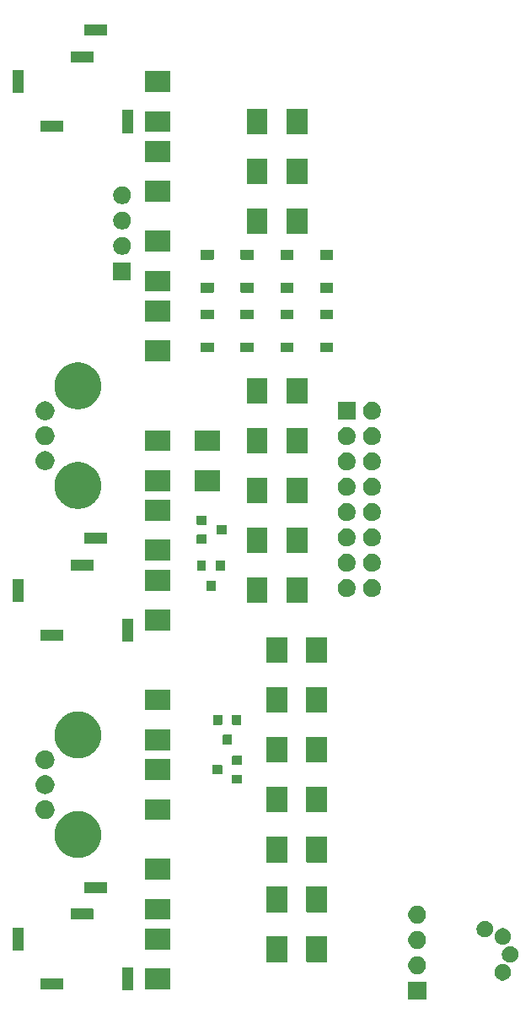
<source format=gbr>
G04 #@! TF.GenerationSoftware,KiCad,Pcbnew,9.0.0*
G04 #@! TF.CreationDate,2025-02-23T15:53:39-07:00*
G04 #@! TF.ProjectId,VCF,5643462e-6b69-4636-9164-5f7063625858,rev?*
G04 #@! TF.SameCoordinates,Original*
G04 #@! TF.FileFunction,Soldermask,Top*
G04 #@! TF.FilePolarity,Negative*
%FSLAX46Y46*%
G04 Gerber Fmt 4.6, Leading zero omitted, Abs format (unit mm)*
G04 Created by KiCad (PCBNEW 9.0.0) date 2025-02-23 15:53:39*
%MOMM*%
%LPD*%
G01*
G04 APERTURE LIST*
G04 APERTURE END LIST*
G36*
X42949697Y-97266262D02*
G01*
X42966242Y-97277318D01*
X42977298Y-97293863D01*
X42981180Y-97313380D01*
X42981180Y-99013380D01*
X42977298Y-99032897D01*
X42966242Y-99049442D01*
X42949697Y-99060498D01*
X42930180Y-99064380D01*
X41230180Y-99064380D01*
X41210663Y-99060498D01*
X41194118Y-99049442D01*
X41183062Y-99032897D01*
X41179180Y-99013380D01*
X41179180Y-97313380D01*
X41183062Y-97293863D01*
X41194118Y-97277318D01*
X41210663Y-97266262D01*
X41230180Y-97262380D01*
X42930180Y-97262380D01*
X42949697Y-97266262D01*
G37*
G36*
X13519517Y-95852882D02*
G01*
X13536062Y-95863938D01*
X13547118Y-95880483D01*
X13551000Y-95900000D01*
X13551000Y-98100000D01*
X13547118Y-98119517D01*
X13536062Y-98136062D01*
X13519517Y-98147118D01*
X13500000Y-98151000D01*
X12500000Y-98151000D01*
X12480483Y-98147118D01*
X12463938Y-98136062D01*
X12452882Y-98119517D01*
X12449000Y-98100000D01*
X12449000Y-95900000D01*
X12452882Y-95880483D01*
X12463938Y-95863938D01*
X12480483Y-95852882D01*
X12500000Y-95849000D01*
X13500000Y-95849000D01*
X13519517Y-95852882D01*
G37*
G36*
X6519517Y-96952882D02*
G01*
X6536062Y-96963938D01*
X6547118Y-96980483D01*
X6551000Y-97000000D01*
X6551000Y-98000000D01*
X6547118Y-98019517D01*
X6536062Y-98036062D01*
X6519517Y-98047118D01*
X6500000Y-98051000D01*
X4300000Y-98051000D01*
X4280483Y-98047118D01*
X4263938Y-98036062D01*
X4252882Y-98019517D01*
X4249000Y-98000000D01*
X4249000Y-97000000D01*
X4252882Y-96980483D01*
X4263938Y-96963938D01*
X4280483Y-96952882D01*
X4300000Y-96949000D01*
X6500000Y-96949000D01*
X6519517Y-96952882D01*
G37*
G36*
X17269517Y-95952882D02*
G01*
X17286062Y-95963938D01*
X17297118Y-95980483D01*
X17301000Y-96000000D01*
X17301000Y-98000000D01*
X17297118Y-98019517D01*
X17286062Y-98036062D01*
X17269517Y-98047118D01*
X17250000Y-98051000D01*
X14750000Y-98051000D01*
X14730483Y-98047118D01*
X14713938Y-98036062D01*
X14702882Y-98019517D01*
X14699000Y-98000000D01*
X14699000Y-96000000D01*
X14702882Y-95980483D01*
X14713938Y-95963938D01*
X14730483Y-95952882D01*
X14750000Y-95949000D01*
X17250000Y-95949000D01*
X17269517Y-95952882D01*
G37*
G36*
X50917449Y-95514873D02*
G01*
X51069765Y-95577964D01*
X51206845Y-95669558D01*
X51323422Y-95786135D01*
X51415016Y-95923215D01*
X51478107Y-96075531D01*
X51510270Y-96237228D01*
X51510270Y-96402092D01*
X51478107Y-96563789D01*
X51415016Y-96716105D01*
X51323422Y-96853185D01*
X51206845Y-96969762D01*
X51069765Y-97061356D01*
X50917449Y-97124447D01*
X50755752Y-97156610D01*
X50590888Y-97156610D01*
X50429191Y-97124447D01*
X50276875Y-97061356D01*
X50139795Y-96969762D01*
X50023218Y-96853185D01*
X49931624Y-96716105D01*
X49868533Y-96563789D01*
X49836370Y-96402092D01*
X49836370Y-96237228D01*
X49868533Y-96075531D01*
X49931624Y-95923215D01*
X50023218Y-95786135D01*
X50139795Y-95669558D01*
X50276875Y-95577964D01*
X50429191Y-95514873D01*
X50590888Y-95482710D01*
X50755752Y-95482710D01*
X50917449Y-95514873D01*
G37*
G36*
X42341726Y-94761177D02*
G01*
X42504908Y-94828769D01*
X42651768Y-94926898D01*
X42776662Y-95051792D01*
X42874791Y-95198652D01*
X42942383Y-95361834D01*
X42976841Y-95535067D01*
X42976841Y-95711693D01*
X42942383Y-95884926D01*
X42874791Y-96048108D01*
X42776662Y-96194968D01*
X42651768Y-96319862D01*
X42504908Y-96417991D01*
X42341726Y-96485583D01*
X42168493Y-96520041D01*
X41991867Y-96520041D01*
X41818634Y-96485583D01*
X41655452Y-96417991D01*
X41508592Y-96319862D01*
X41383698Y-96194968D01*
X41285569Y-96048108D01*
X41217977Y-95884926D01*
X41183519Y-95711693D01*
X41183519Y-95535067D01*
X41217977Y-95361834D01*
X41285569Y-95198652D01*
X41383698Y-95051792D01*
X41508592Y-94926898D01*
X41655452Y-94828769D01*
X41818634Y-94761177D01*
X41991867Y-94726719D01*
X42168493Y-94726719D01*
X42341726Y-94761177D01*
G37*
G36*
X51661349Y-93718773D02*
G01*
X51813665Y-93781864D01*
X51950745Y-93873458D01*
X52067322Y-93990035D01*
X52158916Y-94127115D01*
X52222007Y-94279431D01*
X52254170Y-94441128D01*
X52254170Y-94605992D01*
X52222007Y-94767689D01*
X52158916Y-94920005D01*
X52067322Y-95057085D01*
X51950745Y-95173662D01*
X51813665Y-95265256D01*
X51661349Y-95328347D01*
X51499652Y-95360510D01*
X51334788Y-95360510D01*
X51173091Y-95328347D01*
X51020775Y-95265256D01*
X50883695Y-95173662D01*
X50767118Y-95057085D01*
X50675524Y-94920005D01*
X50612433Y-94767689D01*
X50580270Y-94605992D01*
X50580270Y-94441128D01*
X50612433Y-94279431D01*
X50675524Y-94127115D01*
X50767118Y-93990035D01*
X50883695Y-93873458D01*
X51020775Y-93781864D01*
X51173091Y-93718773D01*
X51334788Y-93686610D01*
X51499652Y-93686610D01*
X51661349Y-93718773D01*
G37*
G36*
X29019517Y-92702882D02*
G01*
X29036062Y-92713938D01*
X29047118Y-92730483D01*
X29051000Y-92750000D01*
X29051000Y-95250000D01*
X29047118Y-95269517D01*
X29036062Y-95286062D01*
X29019517Y-95297118D01*
X29000000Y-95301000D01*
X27000000Y-95301000D01*
X26980483Y-95297118D01*
X26963938Y-95286062D01*
X26952882Y-95269517D01*
X26949000Y-95250000D01*
X26949000Y-92750000D01*
X26952882Y-92730483D01*
X26963938Y-92713938D01*
X26980483Y-92702882D01*
X27000000Y-92699000D01*
X29000000Y-92699000D01*
X29019517Y-92702882D01*
G37*
G36*
X33019517Y-92702882D02*
G01*
X33036062Y-92713938D01*
X33047118Y-92730483D01*
X33051000Y-92750000D01*
X33051000Y-95250000D01*
X33047118Y-95269517D01*
X33036062Y-95286062D01*
X33019517Y-95297118D01*
X33000000Y-95301000D01*
X31000000Y-95301000D01*
X30980483Y-95297118D01*
X30963938Y-95286062D01*
X30952882Y-95269517D01*
X30949000Y-95250000D01*
X30949000Y-92750000D01*
X30952882Y-92730483D01*
X30963938Y-92713938D01*
X30980483Y-92702882D01*
X31000000Y-92699000D01*
X33000000Y-92699000D01*
X33019517Y-92702882D01*
G37*
G36*
X2519517Y-91852882D02*
G01*
X2536062Y-91863938D01*
X2547118Y-91880483D01*
X2551000Y-91900000D01*
X2551000Y-94100000D01*
X2547118Y-94119517D01*
X2536062Y-94136062D01*
X2519517Y-94147118D01*
X2500000Y-94151000D01*
X1500000Y-94151000D01*
X1480483Y-94147118D01*
X1463938Y-94136062D01*
X1452882Y-94119517D01*
X1449000Y-94100000D01*
X1449000Y-91900000D01*
X1452882Y-91880483D01*
X1463938Y-91863938D01*
X1480483Y-91852882D01*
X1500000Y-91849000D01*
X2500000Y-91849000D01*
X2519517Y-91852882D01*
G37*
G36*
X17269517Y-91952882D02*
G01*
X17286062Y-91963938D01*
X17297118Y-91980483D01*
X17301000Y-92000000D01*
X17301000Y-94000000D01*
X17297118Y-94019517D01*
X17286062Y-94036062D01*
X17269517Y-94047118D01*
X17250000Y-94051000D01*
X14750000Y-94051000D01*
X14730483Y-94047118D01*
X14713938Y-94036062D01*
X14702882Y-94019517D01*
X14699000Y-94000000D01*
X14699000Y-92000000D01*
X14702882Y-91980483D01*
X14713938Y-91963938D01*
X14730483Y-91952882D01*
X14750000Y-91949000D01*
X17250000Y-91949000D01*
X17269517Y-91952882D01*
G37*
G36*
X42341726Y-92221177D02*
G01*
X42504908Y-92288769D01*
X42651768Y-92386898D01*
X42776662Y-92511792D01*
X42874791Y-92658652D01*
X42942383Y-92821834D01*
X42976841Y-92995067D01*
X42976841Y-93171693D01*
X42942383Y-93344926D01*
X42874791Y-93508108D01*
X42776662Y-93654968D01*
X42651768Y-93779862D01*
X42504908Y-93877991D01*
X42341726Y-93945583D01*
X42168493Y-93980041D01*
X41991867Y-93980041D01*
X41818634Y-93945583D01*
X41655452Y-93877991D01*
X41508592Y-93779862D01*
X41383698Y-93654968D01*
X41285569Y-93508108D01*
X41217977Y-93344926D01*
X41183519Y-93171693D01*
X41183519Y-92995067D01*
X41217977Y-92821834D01*
X41285569Y-92658652D01*
X41383698Y-92511792D01*
X41508592Y-92386898D01*
X41655452Y-92288769D01*
X41818634Y-92221177D01*
X41991867Y-92186719D01*
X42168493Y-92186719D01*
X42341726Y-92221177D01*
G37*
G36*
X50917449Y-91922673D02*
G01*
X51069765Y-91985764D01*
X51206845Y-92077358D01*
X51323422Y-92193935D01*
X51415016Y-92331015D01*
X51478107Y-92483331D01*
X51510270Y-92645028D01*
X51510270Y-92809892D01*
X51478107Y-92971589D01*
X51415016Y-93123905D01*
X51323422Y-93260985D01*
X51206845Y-93377562D01*
X51069765Y-93469156D01*
X50917449Y-93532247D01*
X50755752Y-93564410D01*
X50590888Y-93564410D01*
X50429191Y-93532247D01*
X50276875Y-93469156D01*
X50139795Y-93377562D01*
X50023218Y-93260985D01*
X49931624Y-93123905D01*
X49868533Y-92971589D01*
X49836370Y-92809892D01*
X49836370Y-92645028D01*
X49868533Y-92483331D01*
X49931624Y-92331015D01*
X50023218Y-92193935D01*
X50139795Y-92077358D01*
X50276875Y-91985764D01*
X50429191Y-91922673D01*
X50590888Y-91890510D01*
X50755752Y-91890510D01*
X50917449Y-91922673D01*
G37*
G36*
X49121349Y-91178773D02*
G01*
X49273665Y-91241864D01*
X49410745Y-91333458D01*
X49527322Y-91450035D01*
X49618916Y-91587115D01*
X49682007Y-91739431D01*
X49714170Y-91901128D01*
X49714170Y-92065992D01*
X49682007Y-92227689D01*
X49618916Y-92380005D01*
X49527322Y-92517085D01*
X49410745Y-92633662D01*
X49273665Y-92725256D01*
X49121349Y-92788347D01*
X48959652Y-92820510D01*
X48794788Y-92820510D01*
X48633091Y-92788347D01*
X48480775Y-92725256D01*
X48343695Y-92633662D01*
X48227118Y-92517085D01*
X48135524Y-92380005D01*
X48072433Y-92227689D01*
X48040270Y-92065992D01*
X48040270Y-91901128D01*
X48072433Y-91739431D01*
X48135524Y-91587115D01*
X48227118Y-91450035D01*
X48343695Y-91333458D01*
X48480775Y-91241864D01*
X48633091Y-91178773D01*
X48794788Y-91146610D01*
X48959652Y-91146610D01*
X49121349Y-91178773D01*
G37*
G36*
X42341726Y-89681177D02*
G01*
X42504908Y-89748769D01*
X42651768Y-89846898D01*
X42776662Y-89971792D01*
X42874791Y-90118652D01*
X42942383Y-90281834D01*
X42976841Y-90455067D01*
X42976841Y-90631693D01*
X42942383Y-90804926D01*
X42874791Y-90968108D01*
X42776662Y-91114968D01*
X42651768Y-91239862D01*
X42504908Y-91337991D01*
X42341726Y-91405583D01*
X42168493Y-91440041D01*
X41991867Y-91440041D01*
X41818634Y-91405583D01*
X41655452Y-91337991D01*
X41508592Y-91239862D01*
X41383698Y-91114968D01*
X41285569Y-90968108D01*
X41217977Y-90804926D01*
X41183519Y-90631693D01*
X41183519Y-90455067D01*
X41217977Y-90281834D01*
X41285569Y-90118652D01*
X41383698Y-89971792D01*
X41508592Y-89846898D01*
X41655452Y-89748769D01*
X41818634Y-89681177D01*
X41991867Y-89646719D01*
X42168493Y-89646719D01*
X42341726Y-89681177D01*
G37*
G36*
X9519517Y-89952882D02*
G01*
X9536062Y-89963938D01*
X9547118Y-89980483D01*
X9551000Y-90000000D01*
X9551000Y-91000000D01*
X9547118Y-91019517D01*
X9536062Y-91036062D01*
X9519517Y-91047118D01*
X9500000Y-91051000D01*
X7300000Y-91051000D01*
X7280483Y-91047118D01*
X7263938Y-91036062D01*
X7252882Y-91019517D01*
X7249000Y-91000000D01*
X7249000Y-90000000D01*
X7252882Y-89980483D01*
X7263938Y-89963938D01*
X7280483Y-89952882D01*
X7300000Y-89949000D01*
X9500000Y-89949000D01*
X9519517Y-89952882D01*
G37*
G36*
X17269517Y-88952882D02*
G01*
X17286062Y-88963938D01*
X17297118Y-88980483D01*
X17301000Y-89000000D01*
X17301000Y-91000000D01*
X17297118Y-91019517D01*
X17286062Y-91036062D01*
X17269517Y-91047118D01*
X17250000Y-91051000D01*
X14750000Y-91051000D01*
X14730483Y-91047118D01*
X14713938Y-91036062D01*
X14702882Y-91019517D01*
X14699000Y-91000000D01*
X14699000Y-89000000D01*
X14702882Y-88980483D01*
X14713938Y-88963938D01*
X14730483Y-88952882D01*
X14750000Y-88949000D01*
X17250000Y-88949000D01*
X17269517Y-88952882D01*
G37*
G36*
X29019517Y-87702882D02*
G01*
X29036062Y-87713938D01*
X29047118Y-87730483D01*
X29051000Y-87750000D01*
X29051000Y-90250000D01*
X29047118Y-90269517D01*
X29036062Y-90286062D01*
X29019517Y-90297118D01*
X29000000Y-90301000D01*
X27000000Y-90301000D01*
X26980483Y-90297118D01*
X26963938Y-90286062D01*
X26952882Y-90269517D01*
X26949000Y-90250000D01*
X26949000Y-87750000D01*
X26952882Y-87730483D01*
X26963938Y-87713938D01*
X26980483Y-87702882D01*
X27000000Y-87699000D01*
X29000000Y-87699000D01*
X29019517Y-87702882D01*
G37*
G36*
X33019517Y-87702882D02*
G01*
X33036062Y-87713938D01*
X33047118Y-87730483D01*
X33051000Y-87750000D01*
X33051000Y-90250000D01*
X33047118Y-90269517D01*
X33036062Y-90286062D01*
X33019517Y-90297118D01*
X33000000Y-90301000D01*
X31000000Y-90301000D01*
X30980483Y-90297118D01*
X30963938Y-90286062D01*
X30952882Y-90269517D01*
X30949000Y-90250000D01*
X30949000Y-87750000D01*
X30952882Y-87730483D01*
X30963938Y-87713938D01*
X30980483Y-87702882D01*
X31000000Y-87699000D01*
X33000000Y-87699000D01*
X33019517Y-87702882D01*
G37*
G36*
X10919517Y-87252882D02*
G01*
X10936062Y-87263938D01*
X10947118Y-87280483D01*
X10951000Y-87300000D01*
X10951000Y-88300000D01*
X10947118Y-88319517D01*
X10936062Y-88336062D01*
X10919517Y-88347118D01*
X10900000Y-88351000D01*
X8700000Y-88351000D01*
X8680483Y-88347118D01*
X8663938Y-88336062D01*
X8652882Y-88319517D01*
X8649000Y-88300000D01*
X8649000Y-87300000D01*
X8652882Y-87280483D01*
X8663938Y-87263938D01*
X8680483Y-87252882D01*
X8700000Y-87249000D01*
X10900000Y-87249000D01*
X10919517Y-87252882D01*
G37*
G36*
X17269517Y-84952882D02*
G01*
X17286062Y-84963938D01*
X17297118Y-84980483D01*
X17301000Y-85000000D01*
X17301000Y-87000000D01*
X17297118Y-87019517D01*
X17286062Y-87036062D01*
X17269517Y-87047118D01*
X17250000Y-87051000D01*
X14750000Y-87051000D01*
X14730483Y-87047118D01*
X14713938Y-87036062D01*
X14702882Y-87019517D01*
X14699000Y-87000000D01*
X14699000Y-85000000D01*
X14702882Y-84980483D01*
X14713938Y-84963938D01*
X14730483Y-84952882D01*
X14750000Y-84949000D01*
X17250000Y-84949000D01*
X17269517Y-84952882D01*
G37*
G36*
X29019517Y-82702882D02*
G01*
X29036062Y-82713938D01*
X29047118Y-82730483D01*
X29051000Y-82750000D01*
X29051000Y-85250000D01*
X29047118Y-85269517D01*
X29036062Y-85286062D01*
X29019517Y-85297118D01*
X29000000Y-85301000D01*
X27000000Y-85301000D01*
X26980483Y-85297118D01*
X26963938Y-85286062D01*
X26952882Y-85269517D01*
X26949000Y-85250000D01*
X26949000Y-82750000D01*
X26952882Y-82730483D01*
X26963938Y-82713938D01*
X26980483Y-82702882D01*
X27000000Y-82699000D01*
X29000000Y-82699000D01*
X29019517Y-82702882D01*
G37*
G36*
X33019517Y-82702882D02*
G01*
X33036062Y-82713938D01*
X33047118Y-82730483D01*
X33051000Y-82750000D01*
X33051000Y-85250000D01*
X33047118Y-85269517D01*
X33036062Y-85286062D01*
X33019517Y-85297118D01*
X33000000Y-85301000D01*
X31000000Y-85301000D01*
X30980483Y-85297118D01*
X30963938Y-85286062D01*
X30952882Y-85269517D01*
X30949000Y-85250000D01*
X30949000Y-82750000D01*
X30952882Y-82730483D01*
X30963938Y-82713938D01*
X30980483Y-82702882D01*
X31000000Y-82699000D01*
X33000000Y-82699000D01*
X33019517Y-82702882D01*
G37*
G36*
X8141920Y-80154034D02*
G01*
X8153763Y-80154034D01*
X8224053Y-80163287D01*
X8393772Y-80182410D01*
X8427124Y-80190022D01*
X8458657Y-80194174D01*
X8535379Y-80214731D01*
X8650782Y-80241072D01*
X8706678Y-80260630D01*
X8755704Y-80273767D01*
X8818194Y-80299651D01*
X8899617Y-80328142D01*
X8977336Y-80365569D01*
X9039821Y-80391452D01*
X9083773Y-80416827D01*
X9137125Y-80442521D01*
X9237338Y-80505489D01*
X9306146Y-80545215D01*
X9331386Y-80564582D01*
X9360341Y-80582776D01*
X9493832Y-80689232D01*
X9550122Y-80732425D01*
X9558501Y-80740804D01*
X9566446Y-80747140D01*
X9752859Y-80933553D01*
X9759194Y-80941497D01*
X9767575Y-80949878D01*
X9810772Y-81006174D01*
X9917223Y-81139658D01*
X9935415Y-81168610D01*
X9954785Y-81193854D01*
X9994515Y-81262668D01*
X10057478Y-81362874D01*
X10083168Y-81416221D01*
X10108548Y-81460179D01*
X10134433Y-81522671D01*
X10171857Y-81600382D01*
X10200344Y-81681795D01*
X10226233Y-81744296D01*
X10239371Y-81793329D01*
X10258927Y-81849217D01*
X10285263Y-81964600D01*
X10305826Y-82041343D01*
X10309978Y-82072883D01*
X10317589Y-82106227D01*
X10336709Y-82275929D01*
X10345966Y-82346237D01*
X10345966Y-82358080D01*
X10347105Y-82368189D01*
X10347105Y-82631810D01*
X10345966Y-82641918D01*
X10345966Y-82653763D01*
X10336709Y-82724076D01*
X10317589Y-82893772D01*
X10309978Y-82927114D01*
X10305826Y-82958657D01*
X10285261Y-83035405D01*
X10258927Y-83150782D01*
X10239372Y-83206665D01*
X10226233Y-83255704D01*
X10200342Y-83318210D01*
X10171857Y-83399617D01*
X10134436Y-83477321D01*
X10108548Y-83539821D01*
X10083166Y-83583783D01*
X10057478Y-83637125D01*
X9994522Y-83737319D01*
X9954785Y-83806146D01*
X9935411Y-83831393D01*
X9917223Y-83860341D01*
X9810793Y-83993799D01*
X9767575Y-84050122D01*
X9759190Y-84058506D01*
X9752859Y-84066446D01*
X9566446Y-84252859D01*
X9558506Y-84259190D01*
X9550122Y-84267575D01*
X9493799Y-84310793D01*
X9360341Y-84417223D01*
X9331393Y-84435411D01*
X9306146Y-84454785D01*
X9237319Y-84494522D01*
X9137125Y-84557478D01*
X9083783Y-84583166D01*
X9039821Y-84608548D01*
X8977321Y-84634436D01*
X8899617Y-84671857D01*
X8818210Y-84700342D01*
X8755704Y-84726233D01*
X8706665Y-84739372D01*
X8650782Y-84758927D01*
X8535405Y-84785261D01*
X8458657Y-84805826D01*
X8427114Y-84809978D01*
X8393772Y-84817589D01*
X8224072Y-84836709D01*
X8153763Y-84845966D01*
X8141920Y-84845966D01*
X8131811Y-84847105D01*
X7868189Y-84847105D01*
X7858080Y-84845966D01*
X7846237Y-84845966D01*
X7775929Y-84836709D01*
X7606227Y-84817589D01*
X7572883Y-84809978D01*
X7541343Y-84805826D01*
X7464600Y-84785263D01*
X7349217Y-84758927D01*
X7293329Y-84739371D01*
X7244296Y-84726233D01*
X7181795Y-84700344D01*
X7100382Y-84671857D01*
X7022671Y-84634433D01*
X6960179Y-84608548D01*
X6916221Y-84583168D01*
X6862874Y-84557478D01*
X6762668Y-84494515D01*
X6693854Y-84454785D01*
X6668610Y-84435415D01*
X6639658Y-84417223D01*
X6506174Y-84310772D01*
X6449878Y-84267575D01*
X6441497Y-84259194D01*
X6433553Y-84252859D01*
X6247140Y-84066446D01*
X6240804Y-84058501D01*
X6232425Y-84050122D01*
X6189232Y-83993832D01*
X6082776Y-83860341D01*
X6064582Y-83831386D01*
X6045215Y-83806146D01*
X6005489Y-83737338D01*
X5942521Y-83637125D01*
X5916827Y-83583773D01*
X5891452Y-83539821D01*
X5865569Y-83477336D01*
X5828142Y-83399617D01*
X5799651Y-83318194D01*
X5773767Y-83255704D01*
X5760630Y-83206678D01*
X5741072Y-83150782D01*
X5714731Y-83035379D01*
X5694174Y-82958657D01*
X5690022Y-82927124D01*
X5682410Y-82893772D01*
X5663288Y-82724057D01*
X5654034Y-82653763D01*
X5654034Y-82641919D01*
X5652895Y-82631810D01*
X5652895Y-82368189D01*
X5654034Y-82358079D01*
X5654034Y-82346237D01*
X5663287Y-82275948D01*
X5682410Y-82106227D01*
X5690023Y-82072872D01*
X5694174Y-82041343D01*
X5714730Y-81964625D01*
X5741072Y-81849217D01*
X5760631Y-81793317D01*
X5773767Y-81744296D01*
X5799649Y-81681810D01*
X5828142Y-81600382D01*
X5865572Y-81522656D01*
X5891452Y-81460179D01*
X5916825Y-81416231D01*
X5942521Y-81362874D01*
X6005496Y-81262648D01*
X6045215Y-81193854D01*
X6064579Y-81168617D01*
X6082776Y-81139658D01*
X6189252Y-81006141D01*
X6232425Y-80949878D01*
X6240800Y-80941502D01*
X6247140Y-80933553D01*
X6433553Y-80747140D01*
X6441502Y-80740800D01*
X6449878Y-80732425D01*
X6506141Y-80689252D01*
X6639658Y-80582776D01*
X6668617Y-80564579D01*
X6693854Y-80545215D01*
X6762648Y-80505496D01*
X6862874Y-80442521D01*
X6916231Y-80416825D01*
X6960179Y-80391452D01*
X7022656Y-80365572D01*
X7100382Y-80328142D01*
X7181810Y-80299649D01*
X7244296Y-80273767D01*
X7293317Y-80260631D01*
X7349217Y-80241072D01*
X7464625Y-80214730D01*
X7541343Y-80194174D01*
X7572872Y-80190023D01*
X7606227Y-80182410D01*
X7775948Y-80163287D01*
X7846237Y-80154034D01*
X7858080Y-80154034D01*
X7868189Y-80152895D01*
X8131811Y-80152895D01*
X8141920Y-80154034D01*
G37*
G36*
X17269517Y-78952882D02*
G01*
X17286062Y-78963938D01*
X17297118Y-78980483D01*
X17301000Y-79000000D01*
X17301000Y-81000000D01*
X17297118Y-81019517D01*
X17286062Y-81036062D01*
X17269517Y-81047118D01*
X17250000Y-81051000D01*
X14750000Y-81051000D01*
X14730483Y-81047118D01*
X14713938Y-81036062D01*
X14702882Y-81019517D01*
X14699000Y-81000000D01*
X14699000Y-79000000D01*
X14702882Y-78980483D01*
X14713938Y-78963938D01*
X14730483Y-78952882D01*
X14750000Y-78949000D01*
X17250000Y-78949000D01*
X17269517Y-78952882D01*
G37*
G36*
X4782553Y-79053579D02*
G01*
X4793214Y-79053579D01*
X4834865Y-79061864D01*
X4921916Y-79075651D01*
X4949918Y-79084749D01*
X4976061Y-79089950D01*
X5012956Y-79105232D01*
X5063784Y-79121748D01*
X5111399Y-79146009D01*
X5148298Y-79161293D01*
X5170463Y-79176103D01*
X5196693Y-79189468D01*
X5267990Y-79241268D01*
X5303308Y-79264867D01*
X5310846Y-79272405D01*
X5317370Y-79277145D01*
X5422854Y-79382629D01*
X5427593Y-79389152D01*
X5435133Y-79396692D01*
X5458734Y-79432014D01*
X5510531Y-79503306D01*
X5523894Y-79529533D01*
X5538707Y-79551702D01*
X5553993Y-79588605D01*
X5578251Y-79636215D01*
X5594764Y-79687035D01*
X5610050Y-79723939D01*
X5615251Y-79750086D01*
X5624348Y-79778083D01*
X5638134Y-79865125D01*
X5646421Y-79906786D01*
X5646421Y-79917447D01*
X5647683Y-79925415D01*
X5647683Y-80074584D01*
X5646421Y-80082551D01*
X5646421Y-80093214D01*
X5638133Y-80134877D01*
X5624348Y-80221916D01*
X5615251Y-80249910D01*
X5610050Y-80276061D01*
X5594762Y-80312968D01*
X5578251Y-80363784D01*
X5553995Y-80411388D01*
X5538707Y-80448298D01*
X5523892Y-80470470D01*
X5510531Y-80496693D01*
X5458742Y-80567973D01*
X5435133Y-80603308D01*
X5427591Y-80610849D01*
X5422854Y-80617370D01*
X5317370Y-80722854D01*
X5310849Y-80727591D01*
X5303308Y-80735133D01*
X5267973Y-80758742D01*
X5196693Y-80810531D01*
X5170470Y-80823892D01*
X5148298Y-80838707D01*
X5111388Y-80853995D01*
X5063784Y-80878251D01*
X5012968Y-80894762D01*
X4976061Y-80910050D01*
X4949910Y-80915251D01*
X4921916Y-80924348D01*
X4834875Y-80938133D01*
X4793214Y-80946421D01*
X4782553Y-80946421D01*
X4774585Y-80947683D01*
X4625415Y-80947683D01*
X4617447Y-80946421D01*
X4606786Y-80946421D01*
X4565125Y-80938134D01*
X4478083Y-80924348D01*
X4450086Y-80915251D01*
X4423939Y-80910050D01*
X4387035Y-80894764D01*
X4336215Y-80878251D01*
X4288605Y-80853993D01*
X4251702Y-80838707D01*
X4229533Y-80823894D01*
X4203306Y-80810531D01*
X4132014Y-80758734D01*
X4096692Y-80735133D01*
X4089152Y-80727593D01*
X4082629Y-80722854D01*
X3977145Y-80617370D01*
X3972405Y-80610846D01*
X3964867Y-80603308D01*
X3941268Y-80567990D01*
X3889468Y-80496693D01*
X3876103Y-80470463D01*
X3861293Y-80448298D01*
X3846009Y-80411399D01*
X3821748Y-80363784D01*
X3805232Y-80312956D01*
X3789950Y-80276061D01*
X3784749Y-80249918D01*
X3775651Y-80221916D01*
X3761864Y-80134867D01*
X3753579Y-80093214D01*
X3753579Y-80082552D01*
X3752317Y-80074584D01*
X3752317Y-79925415D01*
X3753579Y-79917446D01*
X3753579Y-79906786D01*
X3761863Y-79865136D01*
X3775651Y-79778083D01*
X3784750Y-79750078D01*
X3789950Y-79723939D01*
X3805231Y-79687046D01*
X3821748Y-79636215D01*
X3846011Y-79588595D01*
X3861293Y-79551702D01*
X3876101Y-79529539D01*
X3889468Y-79503306D01*
X3941277Y-79431996D01*
X3964867Y-79396692D01*
X3972402Y-79389156D01*
X3977145Y-79382629D01*
X4082629Y-79277145D01*
X4089156Y-79272402D01*
X4096692Y-79264867D01*
X4131996Y-79241277D01*
X4203306Y-79189468D01*
X4229539Y-79176101D01*
X4251702Y-79161293D01*
X4288595Y-79146011D01*
X4336215Y-79121748D01*
X4387046Y-79105231D01*
X4423939Y-79089950D01*
X4450078Y-79084750D01*
X4478083Y-79075651D01*
X4565136Y-79061863D01*
X4606786Y-79053579D01*
X4617447Y-79053579D01*
X4625415Y-79052317D01*
X4774585Y-79052317D01*
X4782553Y-79053579D01*
G37*
G36*
X29019517Y-77702882D02*
G01*
X29036062Y-77713938D01*
X29047118Y-77730483D01*
X29051000Y-77750000D01*
X29051000Y-80250000D01*
X29047118Y-80269517D01*
X29036062Y-80286062D01*
X29019517Y-80297118D01*
X29000000Y-80301000D01*
X27000000Y-80301000D01*
X26980483Y-80297118D01*
X26963938Y-80286062D01*
X26952882Y-80269517D01*
X26949000Y-80250000D01*
X26949000Y-77750000D01*
X26952882Y-77730483D01*
X26963938Y-77713938D01*
X26980483Y-77702882D01*
X27000000Y-77699000D01*
X29000000Y-77699000D01*
X29019517Y-77702882D01*
G37*
G36*
X33019517Y-77702882D02*
G01*
X33036062Y-77713938D01*
X33047118Y-77730483D01*
X33051000Y-77750000D01*
X33051000Y-80250000D01*
X33047118Y-80269517D01*
X33036062Y-80286062D01*
X33019517Y-80297118D01*
X33000000Y-80301000D01*
X31000000Y-80301000D01*
X30980483Y-80297118D01*
X30963938Y-80286062D01*
X30952882Y-80269517D01*
X30949000Y-80250000D01*
X30949000Y-77750000D01*
X30952882Y-77730483D01*
X30963938Y-77713938D01*
X30980483Y-77702882D01*
X31000000Y-77699000D01*
X33000000Y-77699000D01*
X33019517Y-77702882D01*
G37*
G36*
X4782553Y-76553579D02*
G01*
X4793214Y-76553579D01*
X4834865Y-76561864D01*
X4921916Y-76575651D01*
X4949918Y-76584749D01*
X4976061Y-76589950D01*
X5012956Y-76605232D01*
X5063784Y-76621748D01*
X5111399Y-76646009D01*
X5148298Y-76661293D01*
X5170463Y-76676103D01*
X5196693Y-76689468D01*
X5267990Y-76741268D01*
X5303308Y-76764867D01*
X5310846Y-76772405D01*
X5317370Y-76777145D01*
X5422854Y-76882629D01*
X5427593Y-76889152D01*
X5435133Y-76896692D01*
X5458734Y-76932014D01*
X5510531Y-77003306D01*
X5523894Y-77029533D01*
X5538707Y-77051702D01*
X5553993Y-77088605D01*
X5578251Y-77136215D01*
X5594764Y-77187035D01*
X5610050Y-77223939D01*
X5615251Y-77250086D01*
X5624348Y-77278083D01*
X5638134Y-77365125D01*
X5646421Y-77406786D01*
X5646421Y-77417447D01*
X5647683Y-77425415D01*
X5647683Y-77574584D01*
X5646421Y-77582551D01*
X5646421Y-77593214D01*
X5638133Y-77634877D01*
X5624348Y-77721916D01*
X5615251Y-77749910D01*
X5610050Y-77776061D01*
X5594762Y-77812968D01*
X5578251Y-77863784D01*
X5553995Y-77911388D01*
X5538707Y-77948298D01*
X5523892Y-77970470D01*
X5510531Y-77996693D01*
X5458742Y-78067973D01*
X5435133Y-78103308D01*
X5427591Y-78110849D01*
X5422854Y-78117370D01*
X5317370Y-78222854D01*
X5310849Y-78227591D01*
X5303308Y-78235133D01*
X5267973Y-78258742D01*
X5196693Y-78310531D01*
X5170470Y-78323892D01*
X5148298Y-78338707D01*
X5111388Y-78353995D01*
X5063784Y-78378251D01*
X5012968Y-78394762D01*
X4976061Y-78410050D01*
X4949910Y-78415251D01*
X4921916Y-78424348D01*
X4834875Y-78438133D01*
X4793214Y-78446421D01*
X4782553Y-78446421D01*
X4774585Y-78447683D01*
X4625415Y-78447683D01*
X4617447Y-78446421D01*
X4606786Y-78446421D01*
X4565125Y-78438134D01*
X4478083Y-78424348D01*
X4450086Y-78415251D01*
X4423939Y-78410050D01*
X4387035Y-78394764D01*
X4336215Y-78378251D01*
X4288605Y-78353993D01*
X4251702Y-78338707D01*
X4229533Y-78323894D01*
X4203306Y-78310531D01*
X4132014Y-78258734D01*
X4096692Y-78235133D01*
X4089152Y-78227593D01*
X4082629Y-78222854D01*
X3977145Y-78117370D01*
X3972405Y-78110846D01*
X3964867Y-78103308D01*
X3941268Y-78067990D01*
X3889468Y-77996693D01*
X3876103Y-77970463D01*
X3861293Y-77948298D01*
X3846009Y-77911399D01*
X3821748Y-77863784D01*
X3805232Y-77812956D01*
X3789950Y-77776061D01*
X3784749Y-77749918D01*
X3775651Y-77721916D01*
X3761864Y-77634867D01*
X3753579Y-77593214D01*
X3753579Y-77582552D01*
X3752317Y-77574584D01*
X3752317Y-77425415D01*
X3753579Y-77417446D01*
X3753579Y-77406786D01*
X3761863Y-77365136D01*
X3775651Y-77278083D01*
X3784750Y-77250078D01*
X3789950Y-77223939D01*
X3805231Y-77187046D01*
X3821748Y-77136215D01*
X3846011Y-77088595D01*
X3861293Y-77051702D01*
X3876101Y-77029539D01*
X3889468Y-77003306D01*
X3941277Y-76931996D01*
X3964867Y-76896692D01*
X3972402Y-76889156D01*
X3977145Y-76882629D01*
X4082629Y-76777145D01*
X4089156Y-76772402D01*
X4096692Y-76764867D01*
X4131996Y-76741277D01*
X4203306Y-76689468D01*
X4229539Y-76676101D01*
X4251702Y-76661293D01*
X4288595Y-76646011D01*
X4336215Y-76621748D01*
X4387046Y-76605231D01*
X4423939Y-76589950D01*
X4450078Y-76584750D01*
X4478083Y-76575651D01*
X4565136Y-76561863D01*
X4606786Y-76553579D01*
X4617447Y-76553579D01*
X4625415Y-76552317D01*
X4774585Y-76552317D01*
X4782553Y-76553579D01*
G37*
G36*
X24469517Y-76502882D02*
G01*
X24486062Y-76513938D01*
X24497118Y-76530483D01*
X24501000Y-76550000D01*
X24501000Y-77350000D01*
X24497118Y-77369517D01*
X24486062Y-77386062D01*
X24469517Y-77397118D01*
X24450000Y-77401000D01*
X23550000Y-77401000D01*
X23530483Y-77397118D01*
X23513938Y-77386062D01*
X23502882Y-77369517D01*
X23499000Y-77350000D01*
X23499000Y-76550000D01*
X23502882Y-76530483D01*
X23513938Y-76513938D01*
X23530483Y-76502882D01*
X23550000Y-76499000D01*
X24450000Y-76499000D01*
X24469517Y-76502882D01*
G37*
G36*
X17269517Y-74952882D02*
G01*
X17286062Y-74963938D01*
X17297118Y-74980483D01*
X17301000Y-75000000D01*
X17301000Y-77000000D01*
X17297118Y-77019517D01*
X17286062Y-77036062D01*
X17269517Y-77047118D01*
X17250000Y-77051000D01*
X14750000Y-77051000D01*
X14730483Y-77047118D01*
X14713938Y-77036062D01*
X14702882Y-77019517D01*
X14699000Y-77000000D01*
X14699000Y-75000000D01*
X14702882Y-74980483D01*
X14713938Y-74963938D01*
X14730483Y-74952882D01*
X14750000Y-74949000D01*
X17250000Y-74949000D01*
X17269517Y-74952882D01*
G37*
G36*
X22469517Y-75552882D02*
G01*
X22486062Y-75563938D01*
X22497118Y-75580483D01*
X22501000Y-75600000D01*
X22501000Y-76400000D01*
X22497118Y-76419517D01*
X22486062Y-76436062D01*
X22469517Y-76447118D01*
X22450000Y-76451000D01*
X21550000Y-76451000D01*
X21530483Y-76447118D01*
X21513938Y-76436062D01*
X21502882Y-76419517D01*
X21499000Y-76400000D01*
X21499000Y-75600000D01*
X21502882Y-75580483D01*
X21513938Y-75563938D01*
X21530483Y-75552882D01*
X21550000Y-75549000D01*
X22450000Y-75549000D01*
X22469517Y-75552882D01*
G37*
G36*
X4782553Y-74053579D02*
G01*
X4793214Y-74053579D01*
X4834865Y-74061864D01*
X4921916Y-74075651D01*
X4949918Y-74084749D01*
X4976061Y-74089950D01*
X5012956Y-74105232D01*
X5063784Y-74121748D01*
X5111399Y-74146009D01*
X5148298Y-74161293D01*
X5170463Y-74176103D01*
X5196693Y-74189468D01*
X5267990Y-74241268D01*
X5303308Y-74264867D01*
X5310846Y-74272405D01*
X5317370Y-74277145D01*
X5422854Y-74382629D01*
X5427593Y-74389152D01*
X5435133Y-74396692D01*
X5458734Y-74432014D01*
X5510531Y-74503306D01*
X5523894Y-74529533D01*
X5538707Y-74551702D01*
X5553993Y-74588605D01*
X5578251Y-74636215D01*
X5594764Y-74687035D01*
X5610050Y-74723939D01*
X5615251Y-74750086D01*
X5624348Y-74778083D01*
X5638134Y-74865125D01*
X5646421Y-74906786D01*
X5646421Y-74917447D01*
X5647683Y-74925415D01*
X5647683Y-75074584D01*
X5646421Y-75082551D01*
X5646421Y-75093214D01*
X5638133Y-75134877D01*
X5624348Y-75221916D01*
X5615251Y-75249910D01*
X5610050Y-75276061D01*
X5594762Y-75312968D01*
X5578251Y-75363784D01*
X5553995Y-75411388D01*
X5538707Y-75448298D01*
X5523892Y-75470470D01*
X5510531Y-75496693D01*
X5458742Y-75567973D01*
X5435133Y-75603308D01*
X5427591Y-75610849D01*
X5422854Y-75617370D01*
X5317370Y-75722854D01*
X5310849Y-75727591D01*
X5303308Y-75735133D01*
X5267973Y-75758742D01*
X5196693Y-75810531D01*
X5170470Y-75823892D01*
X5148298Y-75838707D01*
X5111388Y-75853995D01*
X5063784Y-75878251D01*
X5012968Y-75894762D01*
X4976061Y-75910050D01*
X4949910Y-75915251D01*
X4921916Y-75924348D01*
X4834875Y-75938133D01*
X4793214Y-75946421D01*
X4782553Y-75946421D01*
X4774585Y-75947683D01*
X4625415Y-75947683D01*
X4617447Y-75946421D01*
X4606786Y-75946421D01*
X4565125Y-75938134D01*
X4478083Y-75924348D01*
X4450086Y-75915251D01*
X4423939Y-75910050D01*
X4387035Y-75894764D01*
X4336215Y-75878251D01*
X4288605Y-75853993D01*
X4251702Y-75838707D01*
X4229533Y-75823894D01*
X4203306Y-75810531D01*
X4132014Y-75758734D01*
X4096692Y-75735133D01*
X4089152Y-75727593D01*
X4082629Y-75722854D01*
X3977145Y-75617370D01*
X3972405Y-75610846D01*
X3964867Y-75603308D01*
X3941268Y-75567990D01*
X3889468Y-75496693D01*
X3876103Y-75470463D01*
X3861293Y-75448298D01*
X3846009Y-75411399D01*
X3821748Y-75363784D01*
X3805232Y-75312956D01*
X3789950Y-75276061D01*
X3784749Y-75249918D01*
X3775651Y-75221916D01*
X3761864Y-75134867D01*
X3753579Y-75093214D01*
X3753579Y-75082552D01*
X3752317Y-75074584D01*
X3752317Y-74925415D01*
X3753579Y-74917446D01*
X3753579Y-74906786D01*
X3761863Y-74865136D01*
X3775651Y-74778083D01*
X3784750Y-74750078D01*
X3789950Y-74723939D01*
X3805231Y-74687046D01*
X3821748Y-74636215D01*
X3846011Y-74588595D01*
X3861293Y-74551702D01*
X3876101Y-74529539D01*
X3889468Y-74503306D01*
X3941277Y-74431996D01*
X3964867Y-74396692D01*
X3972402Y-74389156D01*
X3977145Y-74382629D01*
X4082629Y-74277145D01*
X4089156Y-74272402D01*
X4096692Y-74264867D01*
X4131996Y-74241277D01*
X4203306Y-74189468D01*
X4229539Y-74176101D01*
X4251702Y-74161293D01*
X4288595Y-74146011D01*
X4336215Y-74121748D01*
X4387046Y-74105231D01*
X4423939Y-74089950D01*
X4450078Y-74084750D01*
X4478083Y-74075651D01*
X4565136Y-74061863D01*
X4606786Y-74053579D01*
X4617447Y-74053579D01*
X4625415Y-74052317D01*
X4774585Y-74052317D01*
X4782553Y-74053579D01*
G37*
G36*
X24469517Y-74602882D02*
G01*
X24486062Y-74613938D01*
X24497118Y-74630483D01*
X24501000Y-74650000D01*
X24501000Y-75450000D01*
X24497118Y-75469517D01*
X24486062Y-75486062D01*
X24469517Y-75497118D01*
X24450000Y-75501000D01*
X23550000Y-75501000D01*
X23530483Y-75497118D01*
X23513938Y-75486062D01*
X23502882Y-75469517D01*
X23499000Y-75450000D01*
X23499000Y-74650000D01*
X23502882Y-74630483D01*
X23513938Y-74613938D01*
X23530483Y-74602882D01*
X23550000Y-74599000D01*
X24450000Y-74599000D01*
X24469517Y-74602882D01*
G37*
G36*
X29019517Y-72702882D02*
G01*
X29036062Y-72713938D01*
X29047118Y-72730483D01*
X29051000Y-72750000D01*
X29051000Y-75250000D01*
X29047118Y-75269517D01*
X29036062Y-75286062D01*
X29019517Y-75297118D01*
X29000000Y-75301000D01*
X27000000Y-75301000D01*
X26980483Y-75297118D01*
X26963938Y-75286062D01*
X26952882Y-75269517D01*
X26949000Y-75250000D01*
X26949000Y-72750000D01*
X26952882Y-72730483D01*
X26963938Y-72713938D01*
X26980483Y-72702882D01*
X27000000Y-72699000D01*
X29000000Y-72699000D01*
X29019517Y-72702882D01*
G37*
G36*
X33019517Y-72702882D02*
G01*
X33036062Y-72713938D01*
X33047118Y-72730483D01*
X33051000Y-72750000D01*
X33051000Y-75250000D01*
X33047118Y-75269517D01*
X33036062Y-75286062D01*
X33019517Y-75297118D01*
X33000000Y-75301000D01*
X31000000Y-75301000D01*
X30980483Y-75297118D01*
X30963938Y-75286062D01*
X30952882Y-75269517D01*
X30949000Y-75250000D01*
X30949000Y-72750000D01*
X30952882Y-72730483D01*
X30963938Y-72713938D01*
X30980483Y-72702882D01*
X31000000Y-72699000D01*
X33000000Y-72699000D01*
X33019517Y-72702882D01*
G37*
G36*
X8141920Y-70154034D02*
G01*
X8153763Y-70154034D01*
X8224053Y-70163287D01*
X8393772Y-70182410D01*
X8427124Y-70190022D01*
X8458657Y-70194174D01*
X8535379Y-70214731D01*
X8650782Y-70241072D01*
X8706678Y-70260630D01*
X8755704Y-70273767D01*
X8818194Y-70299651D01*
X8899617Y-70328142D01*
X8977336Y-70365569D01*
X9039821Y-70391452D01*
X9083773Y-70416827D01*
X9137125Y-70442521D01*
X9237338Y-70505489D01*
X9306146Y-70545215D01*
X9331386Y-70564582D01*
X9360341Y-70582776D01*
X9493832Y-70689232D01*
X9550122Y-70732425D01*
X9558501Y-70740804D01*
X9566446Y-70747140D01*
X9752859Y-70933553D01*
X9759194Y-70941497D01*
X9767575Y-70949878D01*
X9810772Y-71006174D01*
X9917223Y-71139658D01*
X9935415Y-71168610D01*
X9954785Y-71193854D01*
X9994515Y-71262668D01*
X10057478Y-71362874D01*
X10083168Y-71416221D01*
X10108548Y-71460179D01*
X10134433Y-71522671D01*
X10171857Y-71600382D01*
X10200344Y-71681795D01*
X10226233Y-71744296D01*
X10239371Y-71793329D01*
X10258927Y-71849217D01*
X10285263Y-71964600D01*
X10305826Y-72041343D01*
X10309978Y-72072883D01*
X10317589Y-72106227D01*
X10336709Y-72275929D01*
X10345966Y-72346237D01*
X10345966Y-72358080D01*
X10347105Y-72368189D01*
X10347105Y-72631810D01*
X10345966Y-72641918D01*
X10345966Y-72653763D01*
X10336709Y-72724076D01*
X10317589Y-72893772D01*
X10309978Y-72927114D01*
X10305826Y-72958657D01*
X10285261Y-73035405D01*
X10258927Y-73150782D01*
X10239372Y-73206665D01*
X10226233Y-73255704D01*
X10200342Y-73318210D01*
X10171857Y-73399617D01*
X10134436Y-73477321D01*
X10108548Y-73539821D01*
X10083166Y-73583783D01*
X10057478Y-73637125D01*
X9994522Y-73737319D01*
X9954785Y-73806146D01*
X9935411Y-73831393D01*
X9917223Y-73860341D01*
X9810793Y-73993799D01*
X9767575Y-74050122D01*
X9759190Y-74058506D01*
X9752859Y-74066446D01*
X9566446Y-74252859D01*
X9558506Y-74259190D01*
X9550122Y-74267575D01*
X9493799Y-74310793D01*
X9360341Y-74417223D01*
X9331393Y-74435411D01*
X9306146Y-74454785D01*
X9237319Y-74494522D01*
X9137125Y-74557478D01*
X9083783Y-74583166D01*
X9039821Y-74608548D01*
X8977321Y-74634436D01*
X8899617Y-74671857D01*
X8818210Y-74700342D01*
X8755704Y-74726233D01*
X8706665Y-74739372D01*
X8650782Y-74758927D01*
X8535405Y-74785261D01*
X8458657Y-74805826D01*
X8427114Y-74809978D01*
X8393772Y-74817589D01*
X8224072Y-74836709D01*
X8153763Y-74845966D01*
X8141920Y-74845966D01*
X8131811Y-74847105D01*
X7868189Y-74847105D01*
X7858080Y-74845966D01*
X7846237Y-74845966D01*
X7775929Y-74836709D01*
X7606227Y-74817589D01*
X7572883Y-74809978D01*
X7541343Y-74805826D01*
X7464600Y-74785263D01*
X7349217Y-74758927D01*
X7293329Y-74739371D01*
X7244296Y-74726233D01*
X7181795Y-74700344D01*
X7100382Y-74671857D01*
X7022671Y-74634433D01*
X6960179Y-74608548D01*
X6916221Y-74583168D01*
X6862874Y-74557478D01*
X6762668Y-74494515D01*
X6693854Y-74454785D01*
X6668610Y-74435415D01*
X6639658Y-74417223D01*
X6506174Y-74310772D01*
X6449878Y-74267575D01*
X6441497Y-74259194D01*
X6433553Y-74252859D01*
X6247140Y-74066446D01*
X6240804Y-74058501D01*
X6232425Y-74050122D01*
X6189232Y-73993832D01*
X6082776Y-73860341D01*
X6064582Y-73831386D01*
X6045215Y-73806146D01*
X6005489Y-73737338D01*
X5942521Y-73637125D01*
X5916827Y-73583773D01*
X5891452Y-73539821D01*
X5865569Y-73477336D01*
X5828142Y-73399617D01*
X5799651Y-73318194D01*
X5773767Y-73255704D01*
X5760630Y-73206678D01*
X5741072Y-73150782D01*
X5714731Y-73035379D01*
X5694174Y-72958657D01*
X5690022Y-72927124D01*
X5682410Y-72893772D01*
X5663288Y-72724057D01*
X5654034Y-72653763D01*
X5654034Y-72641919D01*
X5652895Y-72631810D01*
X5652895Y-72368189D01*
X5654034Y-72358079D01*
X5654034Y-72346237D01*
X5663287Y-72275948D01*
X5682410Y-72106227D01*
X5690023Y-72072872D01*
X5694174Y-72041343D01*
X5714730Y-71964625D01*
X5741072Y-71849217D01*
X5760631Y-71793317D01*
X5773767Y-71744296D01*
X5799649Y-71681810D01*
X5828142Y-71600382D01*
X5865572Y-71522656D01*
X5891452Y-71460179D01*
X5916825Y-71416231D01*
X5942521Y-71362874D01*
X6005496Y-71262648D01*
X6045215Y-71193854D01*
X6064579Y-71168617D01*
X6082776Y-71139658D01*
X6189252Y-71006141D01*
X6232425Y-70949878D01*
X6240800Y-70941502D01*
X6247140Y-70933553D01*
X6433553Y-70747140D01*
X6441502Y-70740800D01*
X6449878Y-70732425D01*
X6506141Y-70689252D01*
X6639658Y-70582776D01*
X6668617Y-70564579D01*
X6693854Y-70545215D01*
X6762648Y-70505496D01*
X6862874Y-70442521D01*
X6916231Y-70416825D01*
X6960179Y-70391452D01*
X7022656Y-70365572D01*
X7100382Y-70328142D01*
X7181810Y-70299649D01*
X7244296Y-70273767D01*
X7293317Y-70260631D01*
X7349217Y-70241072D01*
X7464625Y-70214730D01*
X7541343Y-70194174D01*
X7572872Y-70190023D01*
X7606227Y-70182410D01*
X7775948Y-70163287D01*
X7846237Y-70154034D01*
X7858080Y-70154034D01*
X7868189Y-70152895D01*
X8131811Y-70152895D01*
X8141920Y-70154034D01*
G37*
G36*
X17269517Y-71952882D02*
G01*
X17286062Y-71963938D01*
X17297118Y-71980483D01*
X17301000Y-72000000D01*
X17301000Y-74000000D01*
X17297118Y-74019517D01*
X17286062Y-74036062D01*
X17269517Y-74047118D01*
X17250000Y-74051000D01*
X14750000Y-74051000D01*
X14730483Y-74047118D01*
X14713938Y-74036062D01*
X14702882Y-74019517D01*
X14699000Y-74000000D01*
X14699000Y-72000000D01*
X14702882Y-71980483D01*
X14713938Y-71963938D01*
X14730483Y-71952882D01*
X14750000Y-71949000D01*
X17250000Y-71949000D01*
X17269517Y-71952882D01*
G37*
G36*
X23419517Y-72502882D02*
G01*
X23436062Y-72513938D01*
X23447118Y-72530483D01*
X23451000Y-72550000D01*
X23451000Y-73450000D01*
X23447118Y-73469517D01*
X23436062Y-73486062D01*
X23419517Y-73497118D01*
X23400000Y-73501000D01*
X22600000Y-73501000D01*
X22580483Y-73497118D01*
X22563938Y-73486062D01*
X22552882Y-73469517D01*
X22549000Y-73450000D01*
X22549000Y-72550000D01*
X22552882Y-72530483D01*
X22563938Y-72513938D01*
X22580483Y-72502882D01*
X22600000Y-72499000D01*
X23400000Y-72499000D01*
X23419517Y-72502882D01*
G37*
G36*
X22469517Y-70502882D02*
G01*
X22486062Y-70513938D01*
X22497118Y-70530483D01*
X22501000Y-70550000D01*
X22501000Y-71450000D01*
X22497118Y-71469517D01*
X22486062Y-71486062D01*
X22469517Y-71497118D01*
X22450000Y-71501000D01*
X21650000Y-71501000D01*
X21630483Y-71497118D01*
X21613938Y-71486062D01*
X21602882Y-71469517D01*
X21599000Y-71450000D01*
X21599000Y-70550000D01*
X21602882Y-70530483D01*
X21613938Y-70513938D01*
X21630483Y-70502882D01*
X21650000Y-70499000D01*
X22450000Y-70499000D01*
X22469517Y-70502882D01*
G37*
G36*
X24369517Y-70502882D02*
G01*
X24386062Y-70513938D01*
X24397118Y-70530483D01*
X24401000Y-70550000D01*
X24401000Y-71450000D01*
X24397118Y-71469517D01*
X24386062Y-71486062D01*
X24369517Y-71497118D01*
X24350000Y-71501000D01*
X23550000Y-71501000D01*
X23530483Y-71497118D01*
X23513938Y-71486062D01*
X23502882Y-71469517D01*
X23499000Y-71450000D01*
X23499000Y-70550000D01*
X23502882Y-70530483D01*
X23513938Y-70513938D01*
X23530483Y-70502882D01*
X23550000Y-70499000D01*
X24350000Y-70499000D01*
X24369517Y-70502882D01*
G37*
G36*
X29019517Y-67702882D02*
G01*
X29036062Y-67713938D01*
X29047118Y-67730483D01*
X29051000Y-67750000D01*
X29051000Y-70250000D01*
X29047118Y-70269517D01*
X29036062Y-70286062D01*
X29019517Y-70297118D01*
X29000000Y-70301000D01*
X27000000Y-70301000D01*
X26980483Y-70297118D01*
X26963938Y-70286062D01*
X26952882Y-70269517D01*
X26949000Y-70250000D01*
X26949000Y-67750000D01*
X26952882Y-67730483D01*
X26963938Y-67713938D01*
X26980483Y-67702882D01*
X27000000Y-67699000D01*
X29000000Y-67699000D01*
X29019517Y-67702882D01*
G37*
G36*
X33019517Y-67702882D02*
G01*
X33036062Y-67713938D01*
X33047118Y-67730483D01*
X33051000Y-67750000D01*
X33051000Y-70250000D01*
X33047118Y-70269517D01*
X33036062Y-70286062D01*
X33019517Y-70297118D01*
X33000000Y-70301000D01*
X31000000Y-70301000D01*
X30980483Y-70297118D01*
X30963938Y-70286062D01*
X30952882Y-70269517D01*
X30949000Y-70250000D01*
X30949000Y-67750000D01*
X30952882Y-67730483D01*
X30963938Y-67713938D01*
X30980483Y-67702882D01*
X31000000Y-67699000D01*
X33000000Y-67699000D01*
X33019517Y-67702882D01*
G37*
G36*
X17269517Y-67952882D02*
G01*
X17286062Y-67963938D01*
X17297118Y-67980483D01*
X17301000Y-68000000D01*
X17301000Y-70000000D01*
X17297118Y-70019517D01*
X17286062Y-70036062D01*
X17269517Y-70047118D01*
X17250000Y-70051000D01*
X14750000Y-70051000D01*
X14730483Y-70047118D01*
X14713938Y-70036062D01*
X14702882Y-70019517D01*
X14699000Y-70000000D01*
X14699000Y-68000000D01*
X14702882Y-67980483D01*
X14713938Y-67963938D01*
X14730483Y-67952882D01*
X14750000Y-67949000D01*
X17250000Y-67949000D01*
X17269517Y-67952882D01*
G37*
G36*
X29019517Y-62702882D02*
G01*
X29036062Y-62713938D01*
X29047118Y-62730483D01*
X29051000Y-62750000D01*
X29051000Y-65250000D01*
X29047118Y-65269517D01*
X29036062Y-65286062D01*
X29019517Y-65297118D01*
X29000000Y-65301000D01*
X27000000Y-65301000D01*
X26980483Y-65297118D01*
X26963938Y-65286062D01*
X26952882Y-65269517D01*
X26949000Y-65250000D01*
X26949000Y-62750000D01*
X26952882Y-62730483D01*
X26963938Y-62713938D01*
X26980483Y-62702882D01*
X27000000Y-62699000D01*
X29000000Y-62699000D01*
X29019517Y-62702882D01*
G37*
G36*
X33019517Y-62702882D02*
G01*
X33036062Y-62713938D01*
X33047118Y-62730483D01*
X33051000Y-62750000D01*
X33051000Y-65250000D01*
X33047118Y-65269517D01*
X33036062Y-65286062D01*
X33019517Y-65297118D01*
X33000000Y-65301000D01*
X31000000Y-65301000D01*
X30980483Y-65297118D01*
X30963938Y-65286062D01*
X30952882Y-65269517D01*
X30949000Y-65250000D01*
X30949000Y-62750000D01*
X30952882Y-62730483D01*
X30963938Y-62713938D01*
X30980483Y-62702882D01*
X31000000Y-62699000D01*
X33000000Y-62699000D01*
X33019517Y-62702882D01*
G37*
G36*
X13519517Y-60852882D02*
G01*
X13536062Y-60863938D01*
X13547118Y-60880483D01*
X13551000Y-60900000D01*
X13551000Y-63100000D01*
X13547118Y-63119517D01*
X13536062Y-63136062D01*
X13519517Y-63147118D01*
X13500000Y-63151000D01*
X12500000Y-63151000D01*
X12480483Y-63147118D01*
X12463938Y-63136062D01*
X12452882Y-63119517D01*
X12449000Y-63100000D01*
X12449000Y-60900000D01*
X12452882Y-60880483D01*
X12463938Y-60863938D01*
X12480483Y-60852882D01*
X12500000Y-60849000D01*
X13500000Y-60849000D01*
X13519517Y-60852882D01*
G37*
G36*
X6519517Y-61952882D02*
G01*
X6536062Y-61963938D01*
X6547118Y-61980483D01*
X6551000Y-62000000D01*
X6551000Y-63000000D01*
X6547118Y-63019517D01*
X6536062Y-63036062D01*
X6519517Y-63047118D01*
X6500000Y-63051000D01*
X4300000Y-63051000D01*
X4280483Y-63047118D01*
X4263938Y-63036062D01*
X4252882Y-63019517D01*
X4249000Y-63000000D01*
X4249000Y-62000000D01*
X4252882Y-61980483D01*
X4263938Y-61963938D01*
X4280483Y-61952882D01*
X4300000Y-61949000D01*
X6500000Y-61949000D01*
X6519517Y-61952882D01*
G37*
G36*
X17269517Y-59952882D02*
G01*
X17286062Y-59963938D01*
X17297118Y-59980483D01*
X17301000Y-60000000D01*
X17301000Y-62000000D01*
X17297118Y-62019517D01*
X17286062Y-62036062D01*
X17269517Y-62047118D01*
X17250000Y-62051000D01*
X14750000Y-62051000D01*
X14730483Y-62047118D01*
X14713938Y-62036062D01*
X14702882Y-62019517D01*
X14699000Y-62000000D01*
X14699000Y-60000000D01*
X14702882Y-59980483D01*
X14713938Y-59963938D01*
X14730483Y-59952882D01*
X14750000Y-59949000D01*
X17250000Y-59949000D01*
X17269517Y-59952882D01*
G37*
G36*
X27019517Y-56702882D02*
G01*
X27036062Y-56713938D01*
X27047118Y-56730483D01*
X27051000Y-56750000D01*
X27051000Y-59250000D01*
X27047118Y-59269517D01*
X27036062Y-59286062D01*
X27019517Y-59297118D01*
X27000000Y-59301000D01*
X25000000Y-59301000D01*
X24980483Y-59297118D01*
X24963938Y-59286062D01*
X24952882Y-59269517D01*
X24949000Y-59250000D01*
X24949000Y-56750000D01*
X24952882Y-56730483D01*
X24963938Y-56713938D01*
X24980483Y-56702882D01*
X25000000Y-56699000D01*
X27000000Y-56699000D01*
X27019517Y-56702882D01*
G37*
G36*
X31019517Y-56702882D02*
G01*
X31036062Y-56713938D01*
X31047118Y-56730483D01*
X31051000Y-56750000D01*
X31051000Y-59250000D01*
X31047118Y-59269517D01*
X31036062Y-59286062D01*
X31019517Y-59297118D01*
X31000000Y-59301000D01*
X29000000Y-59301000D01*
X28980483Y-59297118D01*
X28963938Y-59286062D01*
X28952882Y-59269517D01*
X28949000Y-59250000D01*
X28949000Y-56750000D01*
X28952882Y-56730483D01*
X28963938Y-56713938D01*
X28980483Y-56702882D01*
X29000000Y-56699000D01*
X31000000Y-56699000D01*
X31019517Y-56702882D01*
G37*
G36*
X2519517Y-56852882D02*
G01*
X2536062Y-56863938D01*
X2547118Y-56880483D01*
X2551000Y-56900000D01*
X2551000Y-59100000D01*
X2547118Y-59119517D01*
X2536062Y-59136062D01*
X2519517Y-59147118D01*
X2500000Y-59151000D01*
X1500000Y-59151000D01*
X1480483Y-59147118D01*
X1463938Y-59136062D01*
X1452882Y-59119517D01*
X1449000Y-59100000D01*
X1449000Y-56900000D01*
X1452882Y-56880483D01*
X1463938Y-56863938D01*
X1480483Y-56852882D01*
X1500000Y-56849000D01*
X2500000Y-56849000D01*
X2519517Y-56852882D01*
G37*
G36*
X35261546Y-56917797D02*
G01*
X35424728Y-56985389D01*
X35571588Y-57083518D01*
X35696482Y-57208412D01*
X35794611Y-57355272D01*
X35862203Y-57518454D01*
X35896661Y-57691687D01*
X35896661Y-57868313D01*
X35862203Y-58041546D01*
X35794611Y-58204728D01*
X35696482Y-58351588D01*
X35571588Y-58476482D01*
X35424728Y-58574611D01*
X35261546Y-58642203D01*
X35088313Y-58676661D01*
X34911687Y-58676661D01*
X34738454Y-58642203D01*
X34575272Y-58574611D01*
X34428412Y-58476482D01*
X34303518Y-58351588D01*
X34205389Y-58204728D01*
X34137797Y-58041546D01*
X34103339Y-57868313D01*
X34103339Y-57691687D01*
X34137797Y-57518454D01*
X34205389Y-57355272D01*
X34303518Y-57208412D01*
X34428412Y-57083518D01*
X34575272Y-56985389D01*
X34738454Y-56917797D01*
X34911687Y-56883339D01*
X35088313Y-56883339D01*
X35261546Y-56917797D01*
G37*
G36*
X37801546Y-56917797D02*
G01*
X37964728Y-56985389D01*
X38111588Y-57083518D01*
X38236482Y-57208412D01*
X38334611Y-57355272D01*
X38402203Y-57518454D01*
X38436661Y-57691687D01*
X38436661Y-57868313D01*
X38402203Y-58041546D01*
X38334611Y-58204728D01*
X38236482Y-58351588D01*
X38111588Y-58476482D01*
X37964728Y-58574611D01*
X37801546Y-58642203D01*
X37628313Y-58676661D01*
X37451687Y-58676661D01*
X37278454Y-58642203D01*
X37115272Y-58574611D01*
X36968412Y-58476482D01*
X36843518Y-58351588D01*
X36745389Y-58204728D01*
X36677797Y-58041546D01*
X36643339Y-57868313D01*
X36643339Y-57691687D01*
X36677797Y-57518454D01*
X36745389Y-57355272D01*
X36843518Y-57208412D01*
X36968412Y-57083518D01*
X37115272Y-56985389D01*
X37278454Y-56917797D01*
X37451687Y-56883339D01*
X37628313Y-56883339D01*
X37801546Y-56917797D01*
G37*
G36*
X21796157Y-57055982D02*
G01*
X21812702Y-57067038D01*
X21823758Y-57083583D01*
X21827640Y-57103100D01*
X21827640Y-58003100D01*
X21823758Y-58022617D01*
X21812702Y-58039162D01*
X21796157Y-58050218D01*
X21776640Y-58054100D01*
X20976640Y-58054100D01*
X20957123Y-58050218D01*
X20940578Y-58039162D01*
X20929522Y-58022617D01*
X20925640Y-58003100D01*
X20925640Y-57103100D01*
X20929522Y-57083583D01*
X20940578Y-57067038D01*
X20957123Y-57055982D01*
X20976640Y-57052100D01*
X21776640Y-57052100D01*
X21796157Y-57055982D01*
G37*
G36*
X17269517Y-55952882D02*
G01*
X17286062Y-55963938D01*
X17297118Y-55980483D01*
X17301000Y-56000000D01*
X17301000Y-58000000D01*
X17297118Y-58019517D01*
X17286062Y-58036062D01*
X17269517Y-58047118D01*
X17250000Y-58051000D01*
X14750000Y-58051000D01*
X14730483Y-58047118D01*
X14713938Y-58036062D01*
X14702882Y-58019517D01*
X14699000Y-58000000D01*
X14699000Y-56000000D01*
X14702882Y-55980483D01*
X14713938Y-55963938D01*
X14730483Y-55952882D01*
X14750000Y-55949000D01*
X17250000Y-55949000D01*
X17269517Y-55952882D01*
G37*
G36*
X35261546Y-54377797D02*
G01*
X35424728Y-54445389D01*
X35571588Y-54543518D01*
X35696482Y-54668412D01*
X35794611Y-54815272D01*
X35862203Y-54978454D01*
X35896661Y-55151687D01*
X35896661Y-55328313D01*
X35862203Y-55501546D01*
X35794611Y-55664728D01*
X35696482Y-55811588D01*
X35571588Y-55936482D01*
X35424728Y-56034611D01*
X35261546Y-56102203D01*
X35088313Y-56136661D01*
X34911687Y-56136661D01*
X34738454Y-56102203D01*
X34575272Y-56034611D01*
X34428412Y-55936482D01*
X34303518Y-55811588D01*
X34205389Y-55664728D01*
X34137797Y-55501546D01*
X34103339Y-55328313D01*
X34103339Y-55151687D01*
X34137797Y-54978454D01*
X34205389Y-54815272D01*
X34303518Y-54668412D01*
X34428412Y-54543518D01*
X34575272Y-54445389D01*
X34738454Y-54377797D01*
X34911687Y-54343339D01*
X35088313Y-54343339D01*
X35261546Y-54377797D01*
G37*
G36*
X37801546Y-54377797D02*
G01*
X37964728Y-54445389D01*
X38111588Y-54543518D01*
X38236482Y-54668412D01*
X38334611Y-54815272D01*
X38402203Y-54978454D01*
X38436661Y-55151687D01*
X38436661Y-55328313D01*
X38402203Y-55501546D01*
X38334611Y-55664728D01*
X38236482Y-55811588D01*
X38111588Y-55936482D01*
X37964728Y-56034611D01*
X37801546Y-56102203D01*
X37628313Y-56136661D01*
X37451687Y-56136661D01*
X37278454Y-56102203D01*
X37115272Y-56034611D01*
X36968412Y-55936482D01*
X36843518Y-55811588D01*
X36745389Y-55664728D01*
X36677797Y-55501546D01*
X36643339Y-55328313D01*
X36643339Y-55151687D01*
X36677797Y-54978454D01*
X36745389Y-54815272D01*
X36843518Y-54668412D01*
X36968412Y-54543518D01*
X37115272Y-54445389D01*
X37278454Y-54377797D01*
X37451687Y-54343339D01*
X37628313Y-54343339D01*
X37801546Y-54377797D01*
G37*
G36*
X20846157Y-55055982D02*
G01*
X20862702Y-55067038D01*
X20873758Y-55083583D01*
X20877640Y-55103100D01*
X20877640Y-56003100D01*
X20873758Y-56022617D01*
X20862702Y-56039162D01*
X20846157Y-56050218D01*
X20826640Y-56054100D01*
X20026640Y-56054100D01*
X20007123Y-56050218D01*
X19990578Y-56039162D01*
X19979522Y-56022617D01*
X19975640Y-56003100D01*
X19975640Y-55103100D01*
X19979522Y-55083583D01*
X19990578Y-55067038D01*
X20007123Y-55055982D01*
X20026640Y-55052100D01*
X20826640Y-55052100D01*
X20846157Y-55055982D01*
G37*
G36*
X22746157Y-55055982D02*
G01*
X22762702Y-55067038D01*
X22773758Y-55083583D01*
X22777640Y-55103100D01*
X22777640Y-56003100D01*
X22773758Y-56022617D01*
X22762702Y-56039162D01*
X22746157Y-56050218D01*
X22726640Y-56054100D01*
X21926640Y-56054100D01*
X21907123Y-56050218D01*
X21890578Y-56039162D01*
X21879522Y-56022617D01*
X21875640Y-56003100D01*
X21875640Y-55103100D01*
X21879522Y-55083583D01*
X21890578Y-55067038D01*
X21907123Y-55055982D01*
X21926640Y-55052100D01*
X22726640Y-55052100D01*
X22746157Y-55055982D01*
G37*
G36*
X9519517Y-54952882D02*
G01*
X9536062Y-54963938D01*
X9547118Y-54980483D01*
X9551000Y-55000000D01*
X9551000Y-56000000D01*
X9547118Y-56019517D01*
X9536062Y-56036062D01*
X9519517Y-56047118D01*
X9500000Y-56051000D01*
X7300000Y-56051000D01*
X7280483Y-56047118D01*
X7263938Y-56036062D01*
X7252882Y-56019517D01*
X7249000Y-56000000D01*
X7249000Y-55000000D01*
X7252882Y-54980483D01*
X7263938Y-54963938D01*
X7280483Y-54952882D01*
X7300000Y-54949000D01*
X9500000Y-54949000D01*
X9519517Y-54952882D01*
G37*
G36*
X17269517Y-52952882D02*
G01*
X17286062Y-52963938D01*
X17297118Y-52980483D01*
X17301000Y-53000000D01*
X17301000Y-55000000D01*
X17297118Y-55019517D01*
X17286062Y-55036062D01*
X17269517Y-55047118D01*
X17250000Y-55051000D01*
X14750000Y-55051000D01*
X14730483Y-55047118D01*
X14713938Y-55036062D01*
X14702882Y-55019517D01*
X14699000Y-55000000D01*
X14699000Y-53000000D01*
X14702882Y-52980483D01*
X14713938Y-52963938D01*
X14730483Y-52952882D01*
X14750000Y-52949000D01*
X17250000Y-52949000D01*
X17269517Y-52952882D01*
G37*
G36*
X27019517Y-51702882D02*
G01*
X27036062Y-51713938D01*
X27047118Y-51730483D01*
X27051000Y-51750000D01*
X27051000Y-54250000D01*
X27047118Y-54269517D01*
X27036062Y-54286062D01*
X27019517Y-54297118D01*
X27000000Y-54301000D01*
X25000000Y-54301000D01*
X24980483Y-54297118D01*
X24963938Y-54286062D01*
X24952882Y-54269517D01*
X24949000Y-54250000D01*
X24949000Y-51750000D01*
X24952882Y-51730483D01*
X24963938Y-51713938D01*
X24980483Y-51702882D01*
X25000000Y-51699000D01*
X27000000Y-51699000D01*
X27019517Y-51702882D01*
G37*
G36*
X31019517Y-51702882D02*
G01*
X31036062Y-51713938D01*
X31047118Y-51730483D01*
X31051000Y-51750000D01*
X31051000Y-54250000D01*
X31047118Y-54269517D01*
X31036062Y-54286062D01*
X31019517Y-54297118D01*
X31000000Y-54301000D01*
X29000000Y-54301000D01*
X28980483Y-54297118D01*
X28963938Y-54286062D01*
X28952882Y-54269517D01*
X28949000Y-54250000D01*
X28949000Y-51750000D01*
X28952882Y-51730483D01*
X28963938Y-51713938D01*
X28980483Y-51702882D01*
X29000000Y-51699000D01*
X31000000Y-51699000D01*
X31019517Y-51702882D01*
G37*
G36*
X35261546Y-51837797D02*
G01*
X35424728Y-51905389D01*
X35571588Y-52003518D01*
X35696482Y-52128412D01*
X35794611Y-52275272D01*
X35862203Y-52438454D01*
X35896661Y-52611687D01*
X35896661Y-52788313D01*
X35862203Y-52961546D01*
X35794611Y-53124728D01*
X35696482Y-53271588D01*
X35571588Y-53396482D01*
X35424728Y-53494611D01*
X35261546Y-53562203D01*
X35088313Y-53596661D01*
X34911687Y-53596661D01*
X34738454Y-53562203D01*
X34575272Y-53494611D01*
X34428412Y-53396482D01*
X34303518Y-53271588D01*
X34205389Y-53124728D01*
X34137797Y-52961546D01*
X34103339Y-52788313D01*
X34103339Y-52611687D01*
X34137797Y-52438454D01*
X34205389Y-52275272D01*
X34303518Y-52128412D01*
X34428412Y-52003518D01*
X34575272Y-51905389D01*
X34738454Y-51837797D01*
X34911687Y-51803339D01*
X35088313Y-51803339D01*
X35261546Y-51837797D01*
G37*
G36*
X37801546Y-51837797D02*
G01*
X37964728Y-51905389D01*
X38111588Y-52003518D01*
X38236482Y-52128412D01*
X38334611Y-52275272D01*
X38402203Y-52438454D01*
X38436661Y-52611687D01*
X38436661Y-52788313D01*
X38402203Y-52961546D01*
X38334611Y-53124728D01*
X38236482Y-53271588D01*
X38111588Y-53396482D01*
X37964728Y-53494611D01*
X37801546Y-53562203D01*
X37628313Y-53596661D01*
X37451687Y-53596661D01*
X37278454Y-53562203D01*
X37115272Y-53494611D01*
X36968412Y-53396482D01*
X36843518Y-53271588D01*
X36745389Y-53124728D01*
X36677797Y-52961546D01*
X36643339Y-52788313D01*
X36643339Y-52611687D01*
X36677797Y-52438454D01*
X36745389Y-52275272D01*
X36843518Y-52128412D01*
X36968412Y-52003518D01*
X37115272Y-51905389D01*
X37278454Y-51837797D01*
X37451687Y-51803339D01*
X37628313Y-51803339D01*
X37801546Y-51837797D01*
G37*
G36*
X10919517Y-52252882D02*
G01*
X10936062Y-52263938D01*
X10947118Y-52280483D01*
X10951000Y-52300000D01*
X10951000Y-53300000D01*
X10947118Y-53319517D01*
X10936062Y-53336062D01*
X10919517Y-53347118D01*
X10900000Y-53351000D01*
X8700000Y-53351000D01*
X8680483Y-53347118D01*
X8663938Y-53336062D01*
X8652882Y-53319517D01*
X8649000Y-53300000D01*
X8649000Y-52300000D01*
X8652882Y-52280483D01*
X8663938Y-52263938D01*
X8680483Y-52252882D01*
X8700000Y-52249000D01*
X10900000Y-52249000D01*
X10919517Y-52252882D01*
G37*
G36*
X20909657Y-52438262D02*
G01*
X20926202Y-52449318D01*
X20937258Y-52465863D01*
X20941140Y-52485380D01*
X20941140Y-53285380D01*
X20937258Y-53304897D01*
X20926202Y-53321442D01*
X20909657Y-53332498D01*
X20890140Y-53336380D01*
X19990140Y-53336380D01*
X19970623Y-53332498D01*
X19954078Y-53321442D01*
X19943022Y-53304897D01*
X19939140Y-53285380D01*
X19939140Y-52485380D01*
X19943022Y-52465863D01*
X19954078Y-52449318D01*
X19970623Y-52438262D01*
X19990140Y-52434380D01*
X20890140Y-52434380D01*
X20909657Y-52438262D01*
G37*
G36*
X22909657Y-51488262D02*
G01*
X22926202Y-51499318D01*
X22937258Y-51515863D01*
X22941140Y-51535380D01*
X22941140Y-52335380D01*
X22937258Y-52354897D01*
X22926202Y-52371442D01*
X22909657Y-52382498D01*
X22890140Y-52386380D01*
X21990140Y-52386380D01*
X21970623Y-52382498D01*
X21954078Y-52371442D01*
X21943022Y-52354897D01*
X21939140Y-52335380D01*
X21939140Y-51535380D01*
X21943022Y-51515863D01*
X21954078Y-51499318D01*
X21970623Y-51488262D01*
X21990140Y-51484380D01*
X22890140Y-51484380D01*
X22909657Y-51488262D01*
G37*
G36*
X20909657Y-50538262D02*
G01*
X20926202Y-50549318D01*
X20937258Y-50565863D01*
X20941140Y-50585380D01*
X20941140Y-51385380D01*
X20937258Y-51404897D01*
X20926202Y-51421442D01*
X20909657Y-51432498D01*
X20890140Y-51436380D01*
X19990140Y-51436380D01*
X19970623Y-51432498D01*
X19954078Y-51421442D01*
X19943022Y-51404897D01*
X19939140Y-51385380D01*
X19939140Y-50585380D01*
X19943022Y-50565863D01*
X19954078Y-50549318D01*
X19970623Y-50538262D01*
X19990140Y-50534380D01*
X20890140Y-50534380D01*
X20909657Y-50538262D01*
G37*
G36*
X35261546Y-49297797D02*
G01*
X35424728Y-49365389D01*
X35571588Y-49463518D01*
X35696482Y-49588412D01*
X35794611Y-49735272D01*
X35862203Y-49898454D01*
X35896661Y-50071687D01*
X35896661Y-50248313D01*
X35862203Y-50421546D01*
X35794611Y-50584728D01*
X35696482Y-50731588D01*
X35571588Y-50856482D01*
X35424728Y-50954611D01*
X35261546Y-51022203D01*
X35088313Y-51056661D01*
X34911687Y-51056661D01*
X34738454Y-51022203D01*
X34575272Y-50954611D01*
X34428412Y-50856482D01*
X34303518Y-50731588D01*
X34205389Y-50584728D01*
X34137797Y-50421546D01*
X34103339Y-50248313D01*
X34103339Y-50071687D01*
X34137797Y-49898454D01*
X34205389Y-49735272D01*
X34303518Y-49588412D01*
X34428412Y-49463518D01*
X34575272Y-49365389D01*
X34738454Y-49297797D01*
X34911687Y-49263339D01*
X35088313Y-49263339D01*
X35261546Y-49297797D01*
G37*
G36*
X37801546Y-49297797D02*
G01*
X37964728Y-49365389D01*
X38111588Y-49463518D01*
X38236482Y-49588412D01*
X38334611Y-49735272D01*
X38402203Y-49898454D01*
X38436661Y-50071687D01*
X38436661Y-50248313D01*
X38402203Y-50421546D01*
X38334611Y-50584728D01*
X38236482Y-50731588D01*
X38111588Y-50856482D01*
X37964728Y-50954611D01*
X37801546Y-51022203D01*
X37628313Y-51056661D01*
X37451687Y-51056661D01*
X37278454Y-51022203D01*
X37115272Y-50954611D01*
X36968412Y-50856482D01*
X36843518Y-50731588D01*
X36745389Y-50584728D01*
X36677797Y-50421546D01*
X36643339Y-50248313D01*
X36643339Y-50071687D01*
X36677797Y-49898454D01*
X36745389Y-49735272D01*
X36843518Y-49588412D01*
X36968412Y-49463518D01*
X37115272Y-49365389D01*
X37278454Y-49297797D01*
X37451687Y-49263339D01*
X37628313Y-49263339D01*
X37801546Y-49297797D01*
G37*
G36*
X17269517Y-48952882D02*
G01*
X17286062Y-48963938D01*
X17297118Y-48980483D01*
X17301000Y-49000000D01*
X17301000Y-51000000D01*
X17297118Y-51019517D01*
X17286062Y-51036062D01*
X17269517Y-51047118D01*
X17250000Y-51051000D01*
X14750000Y-51051000D01*
X14730483Y-51047118D01*
X14713938Y-51036062D01*
X14702882Y-51019517D01*
X14699000Y-51000000D01*
X14699000Y-49000000D01*
X14702882Y-48980483D01*
X14713938Y-48963938D01*
X14730483Y-48952882D01*
X14750000Y-48949000D01*
X17250000Y-48949000D01*
X17269517Y-48952882D01*
G37*
G36*
X8141920Y-45154034D02*
G01*
X8153763Y-45154034D01*
X8224053Y-45163287D01*
X8393772Y-45182410D01*
X8427124Y-45190022D01*
X8458657Y-45194174D01*
X8535379Y-45214731D01*
X8650782Y-45241072D01*
X8706678Y-45260630D01*
X8755704Y-45273767D01*
X8818194Y-45299651D01*
X8899617Y-45328142D01*
X8977336Y-45365569D01*
X9039821Y-45391452D01*
X9083773Y-45416827D01*
X9137125Y-45442521D01*
X9237338Y-45505489D01*
X9306146Y-45545215D01*
X9331386Y-45564582D01*
X9360341Y-45582776D01*
X9493832Y-45689232D01*
X9550122Y-45732425D01*
X9558501Y-45740804D01*
X9566446Y-45747140D01*
X9752859Y-45933553D01*
X9759194Y-45941497D01*
X9767575Y-45949878D01*
X9810772Y-46006174D01*
X9917223Y-46139658D01*
X9935415Y-46168610D01*
X9954785Y-46193854D01*
X9994515Y-46262668D01*
X10057478Y-46362874D01*
X10083168Y-46416221D01*
X10108548Y-46460179D01*
X10134433Y-46522671D01*
X10171857Y-46600382D01*
X10200344Y-46681795D01*
X10226233Y-46744296D01*
X10239371Y-46793329D01*
X10258927Y-46849217D01*
X10285263Y-46964600D01*
X10305826Y-47041343D01*
X10309978Y-47072883D01*
X10317589Y-47106227D01*
X10336709Y-47275929D01*
X10345966Y-47346237D01*
X10345966Y-47358080D01*
X10347105Y-47368189D01*
X10347105Y-47631810D01*
X10345966Y-47641918D01*
X10345966Y-47653763D01*
X10336709Y-47724076D01*
X10317589Y-47893772D01*
X10309978Y-47927114D01*
X10305826Y-47958657D01*
X10285261Y-48035405D01*
X10258927Y-48150782D01*
X10239372Y-48206665D01*
X10226233Y-48255704D01*
X10200342Y-48318210D01*
X10171857Y-48399617D01*
X10134436Y-48477321D01*
X10108548Y-48539821D01*
X10083166Y-48583783D01*
X10057478Y-48637125D01*
X9994522Y-48737319D01*
X9954785Y-48806146D01*
X9935411Y-48831393D01*
X9917223Y-48860341D01*
X9810793Y-48993799D01*
X9767575Y-49050122D01*
X9759190Y-49058506D01*
X9752859Y-49066446D01*
X9566446Y-49252859D01*
X9558506Y-49259190D01*
X9550122Y-49267575D01*
X9493799Y-49310793D01*
X9360341Y-49417223D01*
X9331393Y-49435411D01*
X9306146Y-49454785D01*
X9237319Y-49494522D01*
X9137125Y-49557478D01*
X9083783Y-49583166D01*
X9039821Y-49608548D01*
X8977321Y-49634436D01*
X8899617Y-49671857D01*
X8818210Y-49700342D01*
X8755704Y-49726233D01*
X8706665Y-49739372D01*
X8650782Y-49758927D01*
X8535405Y-49785261D01*
X8458657Y-49805826D01*
X8427114Y-49809978D01*
X8393772Y-49817589D01*
X8224072Y-49836709D01*
X8153763Y-49845966D01*
X8141920Y-49845966D01*
X8131811Y-49847105D01*
X7868189Y-49847105D01*
X7858080Y-49845966D01*
X7846237Y-49845966D01*
X7775929Y-49836709D01*
X7606227Y-49817589D01*
X7572883Y-49809978D01*
X7541343Y-49805826D01*
X7464600Y-49785263D01*
X7349217Y-49758927D01*
X7293329Y-49739371D01*
X7244296Y-49726233D01*
X7181795Y-49700344D01*
X7100382Y-49671857D01*
X7022671Y-49634433D01*
X6960179Y-49608548D01*
X6916221Y-49583168D01*
X6862874Y-49557478D01*
X6762668Y-49494515D01*
X6693854Y-49454785D01*
X6668610Y-49435415D01*
X6639658Y-49417223D01*
X6506174Y-49310772D01*
X6449878Y-49267575D01*
X6441497Y-49259194D01*
X6433553Y-49252859D01*
X6247140Y-49066446D01*
X6240804Y-49058501D01*
X6232425Y-49050122D01*
X6189232Y-48993832D01*
X6082776Y-48860341D01*
X6064582Y-48831386D01*
X6045215Y-48806146D01*
X6005489Y-48737338D01*
X5942521Y-48637125D01*
X5916827Y-48583773D01*
X5891452Y-48539821D01*
X5865569Y-48477336D01*
X5828142Y-48399617D01*
X5799651Y-48318194D01*
X5773767Y-48255704D01*
X5760630Y-48206678D01*
X5741072Y-48150782D01*
X5714731Y-48035379D01*
X5694174Y-47958657D01*
X5690022Y-47927124D01*
X5682410Y-47893772D01*
X5663288Y-47724057D01*
X5654034Y-47653763D01*
X5654034Y-47641919D01*
X5652895Y-47631810D01*
X5652895Y-47368189D01*
X5654034Y-47358079D01*
X5654034Y-47346237D01*
X5663287Y-47275948D01*
X5682410Y-47106227D01*
X5690023Y-47072872D01*
X5694174Y-47041343D01*
X5714730Y-46964625D01*
X5741072Y-46849217D01*
X5760631Y-46793317D01*
X5773767Y-46744296D01*
X5799649Y-46681810D01*
X5828142Y-46600382D01*
X5865572Y-46522656D01*
X5891452Y-46460179D01*
X5916825Y-46416231D01*
X5942521Y-46362874D01*
X6005496Y-46262648D01*
X6045215Y-46193854D01*
X6064579Y-46168617D01*
X6082776Y-46139658D01*
X6189252Y-46006141D01*
X6232425Y-45949878D01*
X6240800Y-45941502D01*
X6247140Y-45933553D01*
X6433553Y-45747140D01*
X6441502Y-45740800D01*
X6449878Y-45732425D01*
X6506141Y-45689252D01*
X6639658Y-45582776D01*
X6668617Y-45564579D01*
X6693854Y-45545215D01*
X6762648Y-45505496D01*
X6862874Y-45442521D01*
X6916231Y-45416825D01*
X6960179Y-45391452D01*
X7022656Y-45365572D01*
X7100382Y-45328142D01*
X7181810Y-45299649D01*
X7244296Y-45273767D01*
X7293317Y-45260631D01*
X7349217Y-45241072D01*
X7464625Y-45214730D01*
X7541343Y-45194174D01*
X7572872Y-45190023D01*
X7606227Y-45182410D01*
X7775948Y-45163287D01*
X7846237Y-45154034D01*
X7858080Y-45154034D01*
X7868189Y-45152895D01*
X8131811Y-45152895D01*
X8141920Y-45154034D01*
G37*
G36*
X27019517Y-46702882D02*
G01*
X27036062Y-46713938D01*
X27047118Y-46730483D01*
X27051000Y-46750000D01*
X27051000Y-49250000D01*
X27047118Y-49269517D01*
X27036062Y-49286062D01*
X27019517Y-49297118D01*
X27000000Y-49301000D01*
X25000000Y-49301000D01*
X24980483Y-49297118D01*
X24963938Y-49286062D01*
X24952882Y-49269517D01*
X24949000Y-49250000D01*
X24949000Y-46750000D01*
X24952882Y-46730483D01*
X24963938Y-46713938D01*
X24980483Y-46702882D01*
X25000000Y-46699000D01*
X27000000Y-46699000D01*
X27019517Y-46702882D01*
G37*
G36*
X31019517Y-46702882D02*
G01*
X31036062Y-46713938D01*
X31047118Y-46730483D01*
X31051000Y-46750000D01*
X31051000Y-49250000D01*
X31047118Y-49269517D01*
X31036062Y-49286062D01*
X31019517Y-49297118D01*
X31000000Y-49301000D01*
X29000000Y-49301000D01*
X28980483Y-49297118D01*
X28963938Y-49286062D01*
X28952882Y-49269517D01*
X28949000Y-49250000D01*
X28949000Y-46750000D01*
X28952882Y-46730483D01*
X28963938Y-46713938D01*
X28980483Y-46702882D01*
X29000000Y-46699000D01*
X31000000Y-46699000D01*
X31019517Y-46702882D01*
G37*
G36*
X35261546Y-46757797D02*
G01*
X35424728Y-46825389D01*
X35571588Y-46923518D01*
X35696482Y-47048412D01*
X35794611Y-47195272D01*
X35862203Y-47358454D01*
X35896661Y-47531687D01*
X35896661Y-47708313D01*
X35862203Y-47881546D01*
X35794611Y-48044728D01*
X35696482Y-48191588D01*
X35571588Y-48316482D01*
X35424728Y-48414611D01*
X35261546Y-48482203D01*
X35088313Y-48516661D01*
X34911687Y-48516661D01*
X34738454Y-48482203D01*
X34575272Y-48414611D01*
X34428412Y-48316482D01*
X34303518Y-48191588D01*
X34205389Y-48044728D01*
X34137797Y-47881546D01*
X34103339Y-47708313D01*
X34103339Y-47531687D01*
X34137797Y-47358454D01*
X34205389Y-47195272D01*
X34303518Y-47048412D01*
X34428412Y-46923518D01*
X34575272Y-46825389D01*
X34738454Y-46757797D01*
X34911687Y-46723339D01*
X35088313Y-46723339D01*
X35261546Y-46757797D01*
G37*
G36*
X37801546Y-46757797D02*
G01*
X37964728Y-46825389D01*
X38111588Y-46923518D01*
X38236482Y-47048412D01*
X38334611Y-47195272D01*
X38402203Y-47358454D01*
X38436661Y-47531687D01*
X38436661Y-47708313D01*
X38402203Y-47881546D01*
X38334611Y-48044728D01*
X38236482Y-48191588D01*
X38111588Y-48316482D01*
X37964728Y-48414611D01*
X37801546Y-48482203D01*
X37628313Y-48516661D01*
X37451687Y-48516661D01*
X37278454Y-48482203D01*
X37115272Y-48414611D01*
X36968412Y-48316482D01*
X36843518Y-48191588D01*
X36745389Y-48044728D01*
X36677797Y-47881546D01*
X36643339Y-47708313D01*
X36643339Y-47531687D01*
X36677797Y-47358454D01*
X36745389Y-47195272D01*
X36843518Y-47048412D01*
X36968412Y-46923518D01*
X37115272Y-46825389D01*
X37278454Y-46757797D01*
X37451687Y-46723339D01*
X37628313Y-46723339D01*
X37801546Y-46757797D01*
G37*
G36*
X17269517Y-45952882D02*
G01*
X17286062Y-45963938D01*
X17297118Y-45980483D01*
X17301000Y-46000000D01*
X17301000Y-48000000D01*
X17297118Y-48019517D01*
X17286062Y-48036062D01*
X17269517Y-48047118D01*
X17250000Y-48051000D01*
X14750000Y-48051000D01*
X14730483Y-48047118D01*
X14713938Y-48036062D01*
X14702882Y-48019517D01*
X14699000Y-48000000D01*
X14699000Y-46000000D01*
X14702882Y-45980483D01*
X14713938Y-45963938D01*
X14730483Y-45952882D01*
X14750000Y-45949000D01*
X17250000Y-45949000D01*
X17269517Y-45952882D01*
G37*
G36*
X22269517Y-45952882D02*
G01*
X22286062Y-45963938D01*
X22297118Y-45980483D01*
X22301000Y-46000000D01*
X22301000Y-48000000D01*
X22297118Y-48019517D01*
X22286062Y-48036062D01*
X22269517Y-48047118D01*
X22250000Y-48051000D01*
X19750000Y-48051000D01*
X19730483Y-48047118D01*
X19713938Y-48036062D01*
X19702882Y-48019517D01*
X19699000Y-48000000D01*
X19699000Y-46000000D01*
X19702882Y-45980483D01*
X19713938Y-45963938D01*
X19730483Y-45952882D01*
X19750000Y-45949000D01*
X22250000Y-45949000D01*
X22269517Y-45952882D01*
G37*
G36*
X35261546Y-44217797D02*
G01*
X35424728Y-44285389D01*
X35571588Y-44383518D01*
X35696482Y-44508412D01*
X35794611Y-44655272D01*
X35862203Y-44818454D01*
X35896661Y-44991687D01*
X35896661Y-45168313D01*
X35862203Y-45341546D01*
X35794611Y-45504728D01*
X35696482Y-45651588D01*
X35571588Y-45776482D01*
X35424728Y-45874611D01*
X35261546Y-45942203D01*
X35088313Y-45976661D01*
X34911687Y-45976661D01*
X34738454Y-45942203D01*
X34575272Y-45874611D01*
X34428412Y-45776482D01*
X34303518Y-45651588D01*
X34205389Y-45504728D01*
X34137797Y-45341546D01*
X34103339Y-45168313D01*
X34103339Y-44991687D01*
X34137797Y-44818454D01*
X34205389Y-44655272D01*
X34303518Y-44508412D01*
X34428412Y-44383518D01*
X34575272Y-44285389D01*
X34738454Y-44217797D01*
X34911687Y-44183339D01*
X35088313Y-44183339D01*
X35261546Y-44217797D01*
G37*
G36*
X37801546Y-44217797D02*
G01*
X37964728Y-44285389D01*
X38111588Y-44383518D01*
X38236482Y-44508412D01*
X38334611Y-44655272D01*
X38402203Y-44818454D01*
X38436661Y-44991687D01*
X38436661Y-45168313D01*
X38402203Y-45341546D01*
X38334611Y-45504728D01*
X38236482Y-45651588D01*
X38111588Y-45776482D01*
X37964728Y-45874611D01*
X37801546Y-45942203D01*
X37628313Y-45976661D01*
X37451687Y-45976661D01*
X37278454Y-45942203D01*
X37115272Y-45874611D01*
X36968412Y-45776482D01*
X36843518Y-45651588D01*
X36745389Y-45504728D01*
X36677797Y-45341546D01*
X36643339Y-45168313D01*
X36643339Y-44991687D01*
X36677797Y-44818454D01*
X36745389Y-44655272D01*
X36843518Y-44508412D01*
X36968412Y-44383518D01*
X37115272Y-44285389D01*
X37278454Y-44217797D01*
X37451687Y-44183339D01*
X37628313Y-44183339D01*
X37801546Y-44217797D01*
G37*
G36*
X4782553Y-44053579D02*
G01*
X4793214Y-44053579D01*
X4834865Y-44061864D01*
X4921916Y-44075651D01*
X4949918Y-44084749D01*
X4976061Y-44089950D01*
X5012956Y-44105232D01*
X5063784Y-44121748D01*
X5111399Y-44146009D01*
X5148298Y-44161293D01*
X5170463Y-44176103D01*
X5196693Y-44189468D01*
X5267990Y-44241268D01*
X5303308Y-44264867D01*
X5310846Y-44272405D01*
X5317370Y-44277145D01*
X5422854Y-44382629D01*
X5427593Y-44389152D01*
X5435133Y-44396692D01*
X5458734Y-44432014D01*
X5510531Y-44503306D01*
X5523894Y-44529533D01*
X5538707Y-44551702D01*
X5553993Y-44588605D01*
X5578251Y-44636215D01*
X5594764Y-44687035D01*
X5610050Y-44723939D01*
X5615251Y-44750086D01*
X5624348Y-44778083D01*
X5638134Y-44865125D01*
X5646421Y-44906786D01*
X5646421Y-44917447D01*
X5647683Y-44925415D01*
X5647683Y-45074584D01*
X5646421Y-45082551D01*
X5646421Y-45093214D01*
X5638133Y-45134877D01*
X5624348Y-45221916D01*
X5615251Y-45249910D01*
X5610050Y-45276061D01*
X5594762Y-45312968D01*
X5578251Y-45363784D01*
X5553995Y-45411388D01*
X5538707Y-45448298D01*
X5523892Y-45470470D01*
X5510531Y-45496693D01*
X5458742Y-45567973D01*
X5435133Y-45603308D01*
X5427591Y-45610849D01*
X5422854Y-45617370D01*
X5317370Y-45722854D01*
X5310849Y-45727591D01*
X5303308Y-45735133D01*
X5267973Y-45758742D01*
X5196693Y-45810531D01*
X5170470Y-45823892D01*
X5148298Y-45838707D01*
X5111388Y-45853995D01*
X5063784Y-45878251D01*
X5012968Y-45894762D01*
X4976061Y-45910050D01*
X4949910Y-45915251D01*
X4921916Y-45924348D01*
X4834875Y-45938133D01*
X4793214Y-45946421D01*
X4782553Y-45946421D01*
X4774585Y-45947683D01*
X4625415Y-45947683D01*
X4617447Y-45946421D01*
X4606786Y-45946421D01*
X4565125Y-45938134D01*
X4478083Y-45924348D01*
X4450086Y-45915251D01*
X4423939Y-45910050D01*
X4387035Y-45894764D01*
X4336215Y-45878251D01*
X4288605Y-45853993D01*
X4251702Y-45838707D01*
X4229533Y-45823894D01*
X4203306Y-45810531D01*
X4132014Y-45758734D01*
X4096692Y-45735133D01*
X4089152Y-45727593D01*
X4082629Y-45722854D01*
X3977145Y-45617370D01*
X3972405Y-45610846D01*
X3964867Y-45603308D01*
X3941268Y-45567990D01*
X3889468Y-45496693D01*
X3876103Y-45470463D01*
X3861293Y-45448298D01*
X3846009Y-45411399D01*
X3821748Y-45363784D01*
X3805232Y-45312956D01*
X3789950Y-45276061D01*
X3784749Y-45249918D01*
X3775651Y-45221916D01*
X3761864Y-45134867D01*
X3753579Y-45093214D01*
X3753579Y-45082552D01*
X3752317Y-45074584D01*
X3752317Y-44925415D01*
X3753579Y-44917446D01*
X3753579Y-44906786D01*
X3761863Y-44865136D01*
X3775651Y-44778083D01*
X3784750Y-44750078D01*
X3789950Y-44723939D01*
X3805231Y-44687046D01*
X3821748Y-44636215D01*
X3846011Y-44588595D01*
X3861293Y-44551702D01*
X3876101Y-44529539D01*
X3889468Y-44503306D01*
X3941277Y-44431996D01*
X3964867Y-44396692D01*
X3972402Y-44389156D01*
X3977145Y-44382629D01*
X4082629Y-44277145D01*
X4089156Y-44272402D01*
X4096692Y-44264867D01*
X4131996Y-44241277D01*
X4203306Y-44189468D01*
X4229539Y-44176101D01*
X4251702Y-44161293D01*
X4288595Y-44146011D01*
X4336215Y-44121748D01*
X4387046Y-44105231D01*
X4423939Y-44089950D01*
X4450078Y-44084750D01*
X4478083Y-44075651D01*
X4565136Y-44061863D01*
X4606786Y-44053579D01*
X4617447Y-44053579D01*
X4625415Y-44052317D01*
X4774585Y-44052317D01*
X4782553Y-44053579D01*
G37*
G36*
X27019517Y-41702882D02*
G01*
X27036062Y-41713938D01*
X27047118Y-41730483D01*
X27051000Y-41750000D01*
X27051000Y-44250000D01*
X27047118Y-44269517D01*
X27036062Y-44286062D01*
X27019517Y-44297118D01*
X27000000Y-44301000D01*
X25000000Y-44301000D01*
X24980483Y-44297118D01*
X24963938Y-44286062D01*
X24952882Y-44269517D01*
X24949000Y-44250000D01*
X24949000Y-41750000D01*
X24952882Y-41730483D01*
X24963938Y-41713938D01*
X24980483Y-41702882D01*
X25000000Y-41699000D01*
X27000000Y-41699000D01*
X27019517Y-41702882D01*
G37*
G36*
X31019517Y-41702882D02*
G01*
X31036062Y-41713938D01*
X31047118Y-41730483D01*
X31051000Y-41750000D01*
X31051000Y-44250000D01*
X31047118Y-44269517D01*
X31036062Y-44286062D01*
X31019517Y-44297118D01*
X31000000Y-44301000D01*
X29000000Y-44301000D01*
X28980483Y-44297118D01*
X28963938Y-44286062D01*
X28952882Y-44269517D01*
X28949000Y-44250000D01*
X28949000Y-41750000D01*
X28952882Y-41730483D01*
X28963938Y-41713938D01*
X28980483Y-41702882D01*
X29000000Y-41699000D01*
X31000000Y-41699000D01*
X31019517Y-41702882D01*
G37*
G36*
X17269517Y-41952882D02*
G01*
X17286062Y-41963938D01*
X17297118Y-41980483D01*
X17301000Y-42000000D01*
X17301000Y-44000000D01*
X17297118Y-44019517D01*
X17286062Y-44036062D01*
X17269517Y-44047118D01*
X17250000Y-44051000D01*
X14750000Y-44051000D01*
X14730483Y-44047118D01*
X14713938Y-44036062D01*
X14702882Y-44019517D01*
X14699000Y-44000000D01*
X14699000Y-42000000D01*
X14702882Y-41980483D01*
X14713938Y-41963938D01*
X14730483Y-41952882D01*
X14750000Y-41949000D01*
X17250000Y-41949000D01*
X17269517Y-41952882D01*
G37*
G36*
X22269517Y-41952882D02*
G01*
X22286062Y-41963938D01*
X22297118Y-41980483D01*
X22301000Y-42000000D01*
X22301000Y-44000000D01*
X22297118Y-44019517D01*
X22286062Y-44036062D01*
X22269517Y-44047118D01*
X22250000Y-44051000D01*
X19750000Y-44051000D01*
X19730483Y-44047118D01*
X19713938Y-44036062D01*
X19702882Y-44019517D01*
X19699000Y-44000000D01*
X19699000Y-42000000D01*
X19702882Y-41980483D01*
X19713938Y-41963938D01*
X19730483Y-41952882D01*
X19750000Y-41949000D01*
X22250000Y-41949000D01*
X22269517Y-41952882D01*
G37*
G36*
X4782553Y-41553579D02*
G01*
X4793214Y-41553579D01*
X4834865Y-41561864D01*
X4921916Y-41575651D01*
X4949918Y-41584749D01*
X4976061Y-41589950D01*
X5012956Y-41605232D01*
X5063784Y-41621748D01*
X5111399Y-41646009D01*
X5148298Y-41661293D01*
X5170463Y-41676103D01*
X5196693Y-41689468D01*
X5267990Y-41741268D01*
X5303308Y-41764867D01*
X5310846Y-41772405D01*
X5317370Y-41777145D01*
X5422854Y-41882629D01*
X5427593Y-41889152D01*
X5435133Y-41896692D01*
X5458734Y-41932014D01*
X5510531Y-42003306D01*
X5523894Y-42029533D01*
X5538707Y-42051702D01*
X5553993Y-42088605D01*
X5578251Y-42136215D01*
X5594764Y-42187035D01*
X5610050Y-42223939D01*
X5615251Y-42250086D01*
X5624348Y-42278083D01*
X5638134Y-42365125D01*
X5646421Y-42406786D01*
X5646421Y-42417447D01*
X5647683Y-42425415D01*
X5647683Y-42574584D01*
X5646421Y-42582551D01*
X5646421Y-42593214D01*
X5638133Y-42634877D01*
X5624348Y-42721916D01*
X5615251Y-42749910D01*
X5610050Y-42776061D01*
X5594762Y-42812968D01*
X5578251Y-42863784D01*
X5553995Y-42911388D01*
X5538707Y-42948298D01*
X5523892Y-42970470D01*
X5510531Y-42996693D01*
X5458742Y-43067973D01*
X5435133Y-43103308D01*
X5427591Y-43110849D01*
X5422854Y-43117370D01*
X5317370Y-43222854D01*
X5310849Y-43227591D01*
X5303308Y-43235133D01*
X5267973Y-43258742D01*
X5196693Y-43310531D01*
X5170470Y-43323892D01*
X5148298Y-43338707D01*
X5111388Y-43353995D01*
X5063784Y-43378251D01*
X5012968Y-43394762D01*
X4976061Y-43410050D01*
X4949910Y-43415251D01*
X4921916Y-43424348D01*
X4834875Y-43438133D01*
X4793214Y-43446421D01*
X4782553Y-43446421D01*
X4774585Y-43447683D01*
X4625415Y-43447683D01*
X4617447Y-43446421D01*
X4606786Y-43446421D01*
X4565125Y-43438134D01*
X4478083Y-43424348D01*
X4450086Y-43415251D01*
X4423939Y-43410050D01*
X4387035Y-43394764D01*
X4336215Y-43378251D01*
X4288605Y-43353993D01*
X4251702Y-43338707D01*
X4229533Y-43323894D01*
X4203306Y-43310531D01*
X4132014Y-43258734D01*
X4096692Y-43235133D01*
X4089152Y-43227593D01*
X4082629Y-43222854D01*
X3977145Y-43117370D01*
X3972405Y-43110846D01*
X3964867Y-43103308D01*
X3941268Y-43067990D01*
X3889468Y-42996693D01*
X3876103Y-42970463D01*
X3861293Y-42948298D01*
X3846009Y-42911399D01*
X3821748Y-42863784D01*
X3805232Y-42812956D01*
X3789950Y-42776061D01*
X3784749Y-42749918D01*
X3775651Y-42721916D01*
X3761864Y-42634867D01*
X3753579Y-42593214D01*
X3753579Y-42582552D01*
X3752317Y-42574584D01*
X3752317Y-42425415D01*
X3753579Y-42417446D01*
X3753579Y-42406786D01*
X3761863Y-42365136D01*
X3775651Y-42278083D01*
X3784750Y-42250078D01*
X3789950Y-42223939D01*
X3805231Y-42187046D01*
X3821748Y-42136215D01*
X3846011Y-42088595D01*
X3861293Y-42051702D01*
X3876101Y-42029539D01*
X3889468Y-42003306D01*
X3941277Y-41931996D01*
X3964867Y-41896692D01*
X3972402Y-41889156D01*
X3977145Y-41882629D01*
X4082629Y-41777145D01*
X4089156Y-41772402D01*
X4096692Y-41764867D01*
X4131996Y-41741277D01*
X4203306Y-41689468D01*
X4229539Y-41676101D01*
X4251702Y-41661293D01*
X4288595Y-41646011D01*
X4336215Y-41621748D01*
X4387046Y-41605231D01*
X4423939Y-41589950D01*
X4450078Y-41584750D01*
X4478083Y-41575651D01*
X4565136Y-41561863D01*
X4606786Y-41553579D01*
X4617447Y-41553579D01*
X4625415Y-41552317D01*
X4774585Y-41552317D01*
X4782553Y-41553579D01*
G37*
G36*
X35261546Y-41677797D02*
G01*
X35424728Y-41745389D01*
X35571588Y-41843518D01*
X35696482Y-41968412D01*
X35794611Y-42115272D01*
X35862203Y-42278454D01*
X35896661Y-42451687D01*
X35896661Y-42628313D01*
X35862203Y-42801546D01*
X35794611Y-42964728D01*
X35696482Y-43111588D01*
X35571588Y-43236482D01*
X35424728Y-43334611D01*
X35261546Y-43402203D01*
X35088313Y-43436661D01*
X34911687Y-43436661D01*
X34738454Y-43402203D01*
X34575272Y-43334611D01*
X34428412Y-43236482D01*
X34303518Y-43111588D01*
X34205389Y-42964728D01*
X34137797Y-42801546D01*
X34103339Y-42628313D01*
X34103339Y-42451687D01*
X34137797Y-42278454D01*
X34205389Y-42115272D01*
X34303518Y-41968412D01*
X34428412Y-41843518D01*
X34575272Y-41745389D01*
X34738454Y-41677797D01*
X34911687Y-41643339D01*
X35088313Y-41643339D01*
X35261546Y-41677797D01*
G37*
G36*
X37801546Y-41677797D02*
G01*
X37964728Y-41745389D01*
X38111588Y-41843518D01*
X38236482Y-41968412D01*
X38334611Y-42115272D01*
X38402203Y-42278454D01*
X38436661Y-42451687D01*
X38436661Y-42628313D01*
X38402203Y-42801546D01*
X38334611Y-42964728D01*
X38236482Y-43111588D01*
X38111588Y-43236482D01*
X37964728Y-43334611D01*
X37801546Y-43402203D01*
X37628313Y-43436661D01*
X37451687Y-43436661D01*
X37278454Y-43402203D01*
X37115272Y-43334611D01*
X36968412Y-43236482D01*
X36843518Y-43111588D01*
X36745389Y-42964728D01*
X36677797Y-42801546D01*
X36643339Y-42628313D01*
X36643339Y-42451687D01*
X36677797Y-42278454D01*
X36745389Y-42115272D01*
X36843518Y-41968412D01*
X36968412Y-41843518D01*
X37115272Y-41745389D01*
X37278454Y-41677797D01*
X37451687Y-41643339D01*
X37628313Y-41643339D01*
X37801546Y-41677797D01*
G37*
G36*
X4782553Y-39053579D02*
G01*
X4793214Y-39053579D01*
X4834865Y-39061864D01*
X4921916Y-39075651D01*
X4949918Y-39084749D01*
X4976061Y-39089950D01*
X5012956Y-39105232D01*
X5063784Y-39121748D01*
X5111399Y-39146009D01*
X5148298Y-39161293D01*
X5170463Y-39176103D01*
X5196693Y-39189468D01*
X5267990Y-39241268D01*
X5303308Y-39264867D01*
X5310846Y-39272405D01*
X5317370Y-39277145D01*
X5422854Y-39382629D01*
X5427593Y-39389152D01*
X5435133Y-39396692D01*
X5458734Y-39432014D01*
X5510531Y-39503306D01*
X5523894Y-39529533D01*
X5538707Y-39551702D01*
X5553993Y-39588605D01*
X5578251Y-39636215D01*
X5594764Y-39687035D01*
X5610050Y-39723939D01*
X5615251Y-39750086D01*
X5624348Y-39778083D01*
X5638134Y-39865125D01*
X5646421Y-39906786D01*
X5646421Y-39917447D01*
X5647683Y-39925415D01*
X5647683Y-40074584D01*
X5646421Y-40082551D01*
X5646421Y-40093214D01*
X5638133Y-40134877D01*
X5624348Y-40221916D01*
X5615251Y-40249910D01*
X5610050Y-40276061D01*
X5594762Y-40312968D01*
X5578251Y-40363784D01*
X5553995Y-40411388D01*
X5538707Y-40448298D01*
X5523892Y-40470470D01*
X5510531Y-40496693D01*
X5458742Y-40567973D01*
X5435133Y-40603308D01*
X5427591Y-40610849D01*
X5422854Y-40617370D01*
X5317370Y-40722854D01*
X5310849Y-40727591D01*
X5303308Y-40735133D01*
X5267973Y-40758742D01*
X5196693Y-40810531D01*
X5170470Y-40823892D01*
X5148298Y-40838707D01*
X5111388Y-40853995D01*
X5063784Y-40878251D01*
X5012968Y-40894762D01*
X4976061Y-40910050D01*
X4949910Y-40915251D01*
X4921916Y-40924348D01*
X4834875Y-40938133D01*
X4793214Y-40946421D01*
X4782553Y-40946421D01*
X4774585Y-40947683D01*
X4625415Y-40947683D01*
X4617447Y-40946421D01*
X4606786Y-40946421D01*
X4565125Y-40938134D01*
X4478083Y-40924348D01*
X4450086Y-40915251D01*
X4423939Y-40910050D01*
X4387035Y-40894764D01*
X4336215Y-40878251D01*
X4288605Y-40853993D01*
X4251702Y-40838707D01*
X4229533Y-40823894D01*
X4203306Y-40810531D01*
X4132014Y-40758734D01*
X4096692Y-40735133D01*
X4089152Y-40727593D01*
X4082629Y-40722854D01*
X3977145Y-40617370D01*
X3972405Y-40610846D01*
X3964867Y-40603308D01*
X3941268Y-40567990D01*
X3889468Y-40496693D01*
X3876103Y-40470463D01*
X3861293Y-40448298D01*
X3846009Y-40411399D01*
X3821748Y-40363784D01*
X3805232Y-40312956D01*
X3789950Y-40276061D01*
X3784749Y-40249918D01*
X3775651Y-40221916D01*
X3761864Y-40134867D01*
X3753579Y-40093214D01*
X3753579Y-40082552D01*
X3752317Y-40074584D01*
X3752317Y-39925415D01*
X3753579Y-39917446D01*
X3753579Y-39906786D01*
X3761863Y-39865136D01*
X3775651Y-39778083D01*
X3784750Y-39750078D01*
X3789950Y-39723939D01*
X3805231Y-39687046D01*
X3821748Y-39636215D01*
X3846011Y-39588595D01*
X3861293Y-39551702D01*
X3876101Y-39529539D01*
X3889468Y-39503306D01*
X3941277Y-39431996D01*
X3964867Y-39396692D01*
X3972402Y-39389156D01*
X3977145Y-39382629D01*
X4082629Y-39277145D01*
X4089156Y-39272402D01*
X4096692Y-39264867D01*
X4131996Y-39241277D01*
X4203306Y-39189468D01*
X4229539Y-39176101D01*
X4251702Y-39161293D01*
X4288595Y-39146011D01*
X4336215Y-39121748D01*
X4387046Y-39105231D01*
X4423939Y-39089950D01*
X4450078Y-39084750D01*
X4478083Y-39075651D01*
X4565136Y-39061863D01*
X4606786Y-39053579D01*
X4617447Y-39053579D01*
X4625415Y-39052317D01*
X4774585Y-39052317D01*
X4782553Y-39053579D01*
G37*
G36*
X35869517Y-39102882D02*
G01*
X35886062Y-39113938D01*
X35897118Y-39130483D01*
X35901000Y-39150000D01*
X35901000Y-40850000D01*
X35897118Y-40869517D01*
X35886062Y-40886062D01*
X35869517Y-40897118D01*
X35850000Y-40901000D01*
X34150000Y-40901000D01*
X34130483Y-40897118D01*
X34113938Y-40886062D01*
X34102882Y-40869517D01*
X34099000Y-40850000D01*
X34099000Y-39150000D01*
X34102882Y-39130483D01*
X34113938Y-39113938D01*
X34130483Y-39102882D01*
X34150000Y-39099000D01*
X35850000Y-39099000D01*
X35869517Y-39102882D01*
G37*
G36*
X37801546Y-39137797D02*
G01*
X37964728Y-39205389D01*
X38111588Y-39303518D01*
X38236482Y-39428412D01*
X38334611Y-39575272D01*
X38402203Y-39738454D01*
X38436661Y-39911687D01*
X38436661Y-40088313D01*
X38402203Y-40261546D01*
X38334611Y-40424728D01*
X38236482Y-40571588D01*
X38111588Y-40696482D01*
X37964728Y-40794611D01*
X37801546Y-40862203D01*
X37628313Y-40896661D01*
X37451687Y-40896661D01*
X37278454Y-40862203D01*
X37115272Y-40794611D01*
X36968412Y-40696482D01*
X36843518Y-40571588D01*
X36745389Y-40424728D01*
X36677797Y-40261546D01*
X36643339Y-40088313D01*
X36643339Y-39911687D01*
X36677797Y-39738454D01*
X36745389Y-39575272D01*
X36843518Y-39428412D01*
X36968412Y-39303518D01*
X37115272Y-39205389D01*
X37278454Y-39137797D01*
X37451687Y-39103339D01*
X37628313Y-39103339D01*
X37801546Y-39137797D01*
G37*
G36*
X8141920Y-35154034D02*
G01*
X8153763Y-35154034D01*
X8224053Y-35163287D01*
X8393772Y-35182410D01*
X8427124Y-35190022D01*
X8458657Y-35194174D01*
X8535379Y-35214731D01*
X8650782Y-35241072D01*
X8706678Y-35260630D01*
X8755704Y-35273767D01*
X8818194Y-35299651D01*
X8899617Y-35328142D01*
X8977336Y-35365569D01*
X9039821Y-35391452D01*
X9083773Y-35416827D01*
X9137125Y-35442521D01*
X9237338Y-35505489D01*
X9306146Y-35545215D01*
X9331386Y-35564582D01*
X9360341Y-35582776D01*
X9493832Y-35689232D01*
X9550122Y-35732425D01*
X9558501Y-35740804D01*
X9566446Y-35747140D01*
X9752859Y-35933553D01*
X9759194Y-35941497D01*
X9767575Y-35949878D01*
X9810772Y-36006174D01*
X9917223Y-36139658D01*
X9935415Y-36168610D01*
X9954785Y-36193854D01*
X9994515Y-36262668D01*
X10057478Y-36362874D01*
X10083168Y-36416221D01*
X10108548Y-36460179D01*
X10134433Y-36522671D01*
X10171857Y-36600382D01*
X10200344Y-36681795D01*
X10226233Y-36744296D01*
X10239371Y-36793329D01*
X10258927Y-36849217D01*
X10285263Y-36964600D01*
X10305826Y-37041343D01*
X10309978Y-37072883D01*
X10317589Y-37106227D01*
X10336709Y-37275929D01*
X10345966Y-37346237D01*
X10345966Y-37358080D01*
X10347105Y-37368189D01*
X10347105Y-37631810D01*
X10345966Y-37641918D01*
X10345966Y-37653763D01*
X10336709Y-37724076D01*
X10317589Y-37893772D01*
X10309978Y-37927114D01*
X10305826Y-37958657D01*
X10285261Y-38035405D01*
X10258927Y-38150782D01*
X10239372Y-38206665D01*
X10226233Y-38255704D01*
X10200342Y-38318210D01*
X10171857Y-38399617D01*
X10134436Y-38477321D01*
X10108548Y-38539821D01*
X10083166Y-38583783D01*
X10057478Y-38637125D01*
X9994522Y-38737319D01*
X9954785Y-38806146D01*
X9935411Y-38831393D01*
X9917223Y-38860341D01*
X9810793Y-38993799D01*
X9767575Y-39050122D01*
X9759190Y-39058506D01*
X9752859Y-39066446D01*
X9566446Y-39252859D01*
X9558506Y-39259190D01*
X9550122Y-39267575D01*
X9493799Y-39310793D01*
X9360341Y-39417223D01*
X9331393Y-39435411D01*
X9306146Y-39454785D01*
X9237319Y-39494522D01*
X9137125Y-39557478D01*
X9083783Y-39583166D01*
X9039821Y-39608548D01*
X8977321Y-39634436D01*
X8899617Y-39671857D01*
X8818210Y-39700342D01*
X8755704Y-39726233D01*
X8706665Y-39739372D01*
X8650782Y-39758927D01*
X8535405Y-39785261D01*
X8458657Y-39805826D01*
X8427114Y-39809978D01*
X8393772Y-39817589D01*
X8224072Y-39836709D01*
X8153763Y-39845966D01*
X8141920Y-39845966D01*
X8131811Y-39847105D01*
X7868189Y-39847105D01*
X7858080Y-39845966D01*
X7846237Y-39845966D01*
X7775929Y-39836709D01*
X7606227Y-39817589D01*
X7572883Y-39809978D01*
X7541343Y-39805826D01*
X7464600Y-39785263D01*
X7349217Y-39758927D01*
X7293329Y-39739371D01*
X7244296Y-39726233D01*
X7181795Y-39700344D01*
X7100382Y-39671857D01*
X7022671Y-39634433D01*
X6960179Y-39608548D01*
X6916221Y-39583168D01*
X6862874Y-39557478D01*
X6762668Y-39494515D01*
X6693854Y-39454785D01*
X6668610Y-39435415D01*
X6639658Y-39417223D01*
X6506174Y-39310772D01*
X6449878Y-39267575D01*
X6441497Y-39259194D01*
X6433553Y-39252859D01*
X6247140Y-39066446D01*
X6240804Y-39058501D01*
X6232425Y-39050122D01*
X6189232Y-38993832D01*
X6082776Y-38860341D01*
X6064582Y-38831386D01*
X6045215Y-38806146D01*
X6005489Y-38737338D01*
X5942521Y-38637125D01*
X5916827Y-38583773D01*
X5891452Y-38539821D01*
X5865569Y-38477336D01*
X5828142Y-38399617D01*
X5799651Y-38318194D01*
X5773767Y-38255704D01*
X5760630Y-38206678D01*
X5741072Y-38150782D01*
X5714731Y-38035379D01*
X5694174Y-37958657D01*
X5690022Y-37927124D01*
X5682410Y-37893772D01*
X5663288Y-37724057D01*
X5654034Y-37653763D01*
X5654034Y-37641919D01*
X5652895Y-37631810D01*
X5652895Y-37368189D01*
X5654034Y-37358079D01*
X5654034Y-37346237D01*
X5663287Y-37275948D01*
X5682410Y-37106227D01*
X5690023Y-37072872D01*
X5694174Y-37041343D01*
X5714730Y-36964625D01*
X5741072Y-36849217D01*
X5760631Y-36793317D01*
X5773767Y-36744296D01*
X5799649Y-36681810D01*
X5828142Y-36600382D01*
X5865572Y-36522656D01*
X5891452Y-36460179D01*
X5916825Y-36416231D01*
X5942521Y-36362874D01*
X6005496Y-36262648D01*
X6045215Y-36193854D01*
X6064579Y-36168617D01*
X6082776Y-36139658D01*
X6189252Y-36006141D01*
X6232425Y-35949878D01*
X6240800Y-35941502D01*
X6247140Y-35933553D01*
X6433553Y-35747140D01*
X6441502Y-35740800D01*
X6449878Y-35732425D01*
X6506141Y-35689252D01*
X6639658Y-35582776D01*
X6668617Y-35564579D01*
X6693854Y-35545215D01*
X6762648Y-35505496D01*
X6862874Y-35442521D01*
X6916231Y-35416825D01*
X6960179Y-35391452D01*
X7022656Y-35365572D01*
X7100382Y-35328142D01*
X7181810Y-35299649D01*
X7244296Y-35273767D01*
X7293317Y-35260631D01*
X7349217Y-35241072D01*
X7464625Y-35214730D01*
X7541343Y-35194174D01*
X7572872Y-35190023D01*
X7606227Y-35182410D01*
X7775948Y-35163287D01*
X7846237Y-35154034D01*
X7858080Y-35154034D01*
X7868189Y-35152895D01*
X8131811Y-35152895D01*
X8141920Y-35154034D01*
G37*
G36*
X27019517Y-36702882D02*
G01*
X27036062Y-36713938D01*
X27047118Y-36730483D01*
X27051000Y-36750000D01*
X27051000Y-39250000D01*
X27047118Y-39269517D01*
X27036062Y-39286062D01*
X27019517Y-39297118D01*
X27000000Y-39301000D01*
X25000000Y-39301000D01*
X24980483Y-39297118D01*
X24963938Y-39286062D01*
X24952882Y-39269517D01*
X24949000Y-39250000D01*
X24949000Y-36750000D01*
X24952882Y-36730483D01*
X24963938Y-36713938D01*
X24980483Y-36702882D01*
X25000000Y-36699000D01*
X27000000Y-36699000D01*
X27019517Y-36702882D01*
G37*
G36*
X31019517Y-36702882D02*
G01*
X31036062Y-36713938D01*
X31047118Y-36730483D01*
X31051000Y-36750000D01*
X31051000Y-39250000D01*
X31047118Y-39269517D01*
X31036062Y-39286062D01*
X31019517Y-39297118D01*
X31000000Y-39301000D01*
X29000000Y-39301000D01*
X28980483Y-39297118D01*
X28963938Y-39286062D01*
X28952882Y-39269517D01*
X28949000Y-39250000D01*
X28949000Y-36750000D01*
X28952882Y-36730483D01*
X28963938Y-36713938D01*
X28980483Y-36702882D01*
X29000000Y-36699000D01*
X31000000Y-36699000D01*
X31019517Y-36702882D01*
G37*
G36*
X17269517Y-32952882D02*
G01*
X17286062Y-32963938D01*
X17297118Y-32980483D01*
X17301000Y-33000000D01*
X17301000Y-35000000D01*
X17297118Y-35019517D01*
X17286062Y-35036062D01*
X17269517Y-35047118D01*
X17250000Y-35051000D01*
X14750000Y-35051000D01*
X14730483Y-35047118D01*
X14713938Y-35036062D01*
X14702882Y-35019517D01*
X14699000Y-35000000D01*
X14699000Y-33000000D01*
X14702882Y-32980483D01*
X14713938Y-32963938D01*
X14730483Y-32952882D01*
X14750000Y-32949000D01*
X17250000Y-32949000D01*
X17269517Y-32952882D01*
G37*
G36*
X21619517Y-33152882D02*
G01*
X21636062Y-33163938D01*
X21647118Y-33180483D01*
X21651000Y-33200000D01*
X21651000Y-34100000D01*
X21647118Y-34119517D01*
X21636062Y-34136062D01*
X21619517Y-34147118D01*
X21600000Y-34151000D01*
X20400000Y-34151000D01*
X20380483Y-34147118D01*
X20363938Y-34136062D01*
X20352882Y-34119517D01*
X20349000Y-34100000D01*
X20349000Y-33200000D01*
X20352882Y-33180483D01*
X20363938Y-33163938D01*
X20380483Y-33152882D01*
X20400000Y-33149000D01*
X21600000Y-33149000D01*
X21619517Y-33152882D01*
G37*
G36*
X25619517Y-33152882D02*
G01*
X25636062Y-33163938D01*
X25647118Y-33180483D01*
X25651000Y-33200000D01*
X25651000Y-34100000D01*
X25647118Y-34119517D01*
X25636062Y-34136062D01*
X25619517Y-34147118D01*
X25600000Y-34151000D01*
X24400000Y-34151000D01*
X24380483Y-34147118D01*
X24363938Y-34136062D01*
X24352882Y-34119517D01*
X24349000Y-34100000D01*
X24349000Y-33200000D01*
X24352882Y-33180483D01*
X24363938Y-33163938D01*
X24380483Y-33152882D01*
X24400000Y-33149000D01*
X25600000Y-33149000D01*
X25619517Y-33152882D01*
G37*
G36*
X29619517Y-33152882D02*
G01*
X29636062Y-33163938D01*
X29647118Y-33180483D01*
X29651000Y-33200000D01*
X29651000Y-34100000D01*
X29647118Y-34119517D01*
X29636062Y-34136062D01*
X29619517Y-34147118D01*
X29600000Y-34151000D01*
X28400000Y-34151000D01*
X28380483Y-34147118D01*
X28363938Y-34136062D01*
X28352882Y-34119517D01*
X28349000Y-34100000D01*
X28349000Y-33200000D01*
X28352882Y-33180483D01*
X28363938Y-33163938D01*
X28380483Y-33152882D01*
X28400000Y-33149000D01*
X29600000Y-33149000D01*
X29619517Y-33152882D01*
G37*
G36*
X33619517Y-33152882D02*
G01*
X33636062Y-33163938D01*
X33647118Y-33180483D01*
X33651000Y-33200000D01*
X33651000Y-34100000D01*
X33647118Y-34119517D01*
X33636062Y-34136062D01*
X33619517Y-34147118D01*
X33600000Y-34151000D01*
X32400000Y-34151000D01*
X32380483Y-34147118D01*
X32363938Y-34136062D01*
X32352882Y-34119517D01*
X32349000Y-34100000D01*
X32349000Y-33200000D01*
X32352882Y-33180483D01*
X32363938Y-33163938D01*
X32380483Y-33152882D01*
X32400000Y-33149000D01*
X33600000Y-33149000D01*
X33619517Y-33152882D01*
G37*
G36*
X17269517Y-28952882D02*
G01*
X17286062Y-28963938D01*
X17297118Y-28980483D01*
X17301000Y-29000000D01*
X17301000Y-31000000D01*
X17297118Y-31019517D01*
X17286062Y-31036062D01*
X17269517Y-31047118D01*
X17250000Y-31051000D01*
X14750000Y-31051000D01*
X14730483Y-31047118D01*
X14713938Y-31036062D01*
X14702882Y-31019517D01*
X14699000Y-31000000D01*
X14699000Y-29000000D01*
X14702882Y-28980483D01*
X14713938Y-28963938D01*
X14730483Y-28952882D01*
X14750000Y-28949000D01*
X17250000Y-28949000D01*
X17269517Y-28952882D01*
G37*
G36*
X21619517Y-29852882D02*
G01*
X21636062Y-29863938D01*
X21647118Y-29880483D01*
X21651000Y-29900000D01*
X21651000Y-30800000D01*
X21647118Y-30819517D01*
X21636062Y-30836062D01*
X21619517Y-30847118D01*
X21600000Y-30851000D01*
X20400000Y-30851000D01*
X20380483Y-30847118D01*
X20363938Y-30836062D01*
X20352882Y-30819517D01*
X20349000Y-30800000D01*
X20349000Y-29900000D01*
X20352882Y-29880483D01*
X20363938Y-29863938D01*
X20380483Y-29852882D01*
X20400000Y-29849000D01*
X21600000Y-29849000D01*
X21619517Y-29852882D01*
G37*
G36*
X25619517Y-29852882D02*
G01*
X25636062Y-29863938D01*
X25647118Y-29880483D01*
X25651000Y-29900000D01*
X25651000Y-30800000D01*
X25647118Y-30819517D01*
X25636062Y-30836062D01*
X25619517Y-30847118D01*
X25600000Y-30851000D01*
X24400000Y-30851000D01*
X24380483Y-30847118D01*
X24363938Y-30836062D01*
X24352882Y-30819517D01*
X24349000Y-30800000D01*
X24349000Y-29900000D01*
X24352882Y-29880483D01*
X24363938Y-29863938D01*
X24380483Y-29852882D01*
X24400000Y-29849000D01*
X25600000Y-29849000D01*
X25619517Y-29852882D01*
G37*
G36*
X29619517Y-29852882D02*
G01*
X29636062Y-29863938D01*
X29647118Y-29880483D01*
X29651000Y-29900000D01*
X29651000Y-30800000D01*
X29647118Y-30819517D01*
X29636062Y-30836062D01*
X29619517Y-30847118D01*
X29600000Y-30851000D01*
X28400000Y-30851000D01*
X28380483Y-30847118D01*
X28363938Y-30836062D01*
X28352882Y-30819517D01*
X28349000Y-30800000D01*
X28349000Y-29900000D01*
X28352882Y-29880483D01*
X28363938Y-29863938D01*
X28380483Y-29852882D01*
X28400000Y-29849000D01*
X29600000Y-29849000D01*
X29619517Y-29852882D01*
G37*
G36*
X33619517Y-29852882D02*
G01*
X33636062Y-29863938D01*
X33647118Y-29880483D01*
X33651000Y-29900000D01*
X33651000Y-30800000D01*
X33647118Y-30819517D01*
X33636062Y-30836062D01*
X33619517Y-30847118D01*
X33600000Y-30851000D01*
X32400000Y-30851000D01*
X32380483Y-30847118D01*
X32363938Y-30836062D01*
X32352882Y-30819517D01*
X32349000Y-30800000D01*
X32349000Y-29900000D01*
X32352882Y-29880483D01*
X32363938Y-29863938D01*
X32380483Y-29852882D01*
X32400000Y-29849000D01*
X33600000Y-29849000D01*
X33619517Y-29852882D01*
G37*
G36*
X21619517Y-27152882D02*
G01*
X21636062Y-27163938D01*
X21647118Y-27180483D01*
X21651000Y-27200000D01*
X21651000Y-28100000D01*
X21647118Y-28119517D01*
X21636062Y-28136062D01*
X21619517Y-28147118D01*
X21600000Y-28151000D01*
X20400000Y-28151000D01*
X20380483Y-28147118D01*
X20363938Y-28136062D01*
X20352882Y-28119517D01*
X20349000Y-28100000D01*
X20349000Y-27200000D01*
X20352882Y-27180483D01*
X20363938Y-27163938D01*
X20380483Y-27152882D01*
X20400000Y-27149000D01*
X21600000Y-27149000D01*
X21619517Y-27152882D01*
G37*
G36*
X25619517Y-27152882D02*
G01*
X25636062Y-27163938D01*
X25647118Y-27180483D01*
X25651000Y-27200000D01*
X25651000Y-28100000D01*
X25647118Y-28119517D01*
X25636062Y-28136062D01*
X25619517Y-28147118D01*
X25600000Y-28151000D01*
X24400000Y-28151000D01*
X24380483Y-28147118D01*
X24363938Y-28136062D01*
X24352882Y-28119517D01*
X24349000Y-28100000D01*
X24349000Y-27200000D01*
X24352882Y-27180483D01*
X24363938Y-27163938D01*
X24380483Y-27152882D01*
X24400000Y-27149000D01*
X25600000Y-27149000D01*
X25619517Y-27152882D01*
G37*
G36*
X29619517Y-27152882D02*
G01*
X29636062Y-27163938D01*
X29647118Y-27180483D01*
X29651000Y-27200000D01*
X29651000Y-28100000D01*
X29647118Y-28119517D01*
X29636062Y-28136062D01*
X29619517Y-28147118D01*
X29600000Y-28151000D01*
X28400000Y-28151000D01*
X28380483Y-28147118D01*
X28363938Y-28136062D01*
X28352882Y-28119517D01*
X28349000Y-28100000D01*
X28349000Y-27200000D01*
X28352882Y-27180483D01*
X28363938Y-27163938D01*
X28380483Y-27152882D01*
X28400000Y-27149000D01*
X29600000Y-27149000D01*
X29619517Y-27152882D01*
G37*
G36*
X33619517Y-27152882D02*
G01*
X33636062Y-27163938D01*
X33647118Y-27180483D01*
X33651000Y-27200000D01*
X33651000Y-28100000D01*
X33647118Y-28119517D01*
X33636062Y-28136062D01*
X33619517Y-28147118D01*
X33600000Y-28151000D01*
X32400000Y-28151000D01*
X32380483Y-28147118D01*
X32363938Y-28136062D01*
X32352882Y-28119517D01*
X32349000Y-28100000D01*
X32349000Y-27200000D01*
X32352882Y-27180483D01*
X32363938Y-27163938D01*
X32380483Y-27152882D01*
X32400000Y-27149000D01*
X33600000Y-27149000D01*
X33619517Y-27152882D01*
G37*
G36*
X17269517Y-25952882D02*
G01*
X17286062Y-25963938D01*
X17297118Y-25980483D01*
X17301000Y-26000000D01*
X17301000Y-28000000D01*
X17297118Y-28019517D01*
X17286062Y-28036062D01*
X17269517Y-28047118D01*
X17250000Y-28051000D01*
X14750000Y-28051000D01*
X14730483Y-28047118D01*
X14713938Y-28036062D01*
X14702882Y-28019517D01*
X14699000Y-28000000D01*
X14699000Y-26000000D01*
X14702882Y-25980483D01*
X14713938Y-25963938D01*
X14730483Y-25952882D01*
X14750000Y-25949000D01*
X17250000Y-25949000D01*
X17269517Y-25952882D01*
G37*
G36*
X13309517Y-25102882D02*
G01*
X13326062Y-25113938D01*
X13337118Y-25130483D01*
X13341000Y-25150000D01*
X13341000Y-26850000D01*
X13337118Y-26869517D01*
X13326062Y-26886062D01*
X13309517Y-26897118D01*
X13290000Y-26901000D01*
X11590000Y-26901000D01*
X11570483Y-26897118D01*
X11553938Y-26886062D01*
X11542882Y-26869517D01*
X11539000Y-26850000D01*
X11539000Y-25150000D01*
X11542882Y-25130483D01*
X11553938Y-25113938D01*
X11570483Y-25102882D01*
X11590000Y-25099000D01*
X13290000Y-25099000D01*
X13309517Y-25102882D01*
G37*
G36*
X21619517Y-23852882D02*
G01*
X21636062Y-23863938D01*
X21647118Y-23880483D01*
X21651000Y-23900000D01*
X21651000Y-24800000D01*
X21647118Y-24819517D01*
X21636062Y-24836062D01*
X21619517Y-24847118D01*
X21600000Y-24851000D01*
X20400000Y-24851000D01*
X20380483Y-24847118D01*
X20363938Y-24836062D01*
X20352882Y-24819517D01*
X20349000Y-24800000D01*
X20349000Y-23900000D01*
X20352882Y-23880483D01*
X20363938Y-23863938D01*
X20380483Y-23852882D01*
X20400000Y-23849000D01*
X21600000Y-23849000D01*
X21619517Y-23852882D01*
G37*
G36*
X25619517Y-23852882D02*
G01*
X25636062Y-23863938D01*
X25647118Y-23880483D01*
X25651000Y-23900000D01*
X25651000Y-24800000D01*
X25647118Y-24819517D01*
X25636062Y-24836062D01*
X25619517Y-24847118D01*
X25600000Y-24851000D01*
X24400000Y-24851000D01*
X24380483Y-24847118D01*
X24363938Y-24836062D01*
X24352882Y-24819517D01*
X24349000Y-24800000D01*
X24349000Y-23900000D01*
X24352882Y-23880483D01*
X24363938Y-23863938D01*
X24380483Y-23852882D01*
X24400000Y-23849000D01*
X25600000Y-23849000D01*
X25619517Y-23852882D01*
G37*
G36*
X29619517Y-23852882D02*
G01*
X29636062Y-23863938D01*
X29647118Y-23880483D01*
X29651000Y-23900000D01*
X29651000Y-24800000D01*
X29647118Y-24819517D01*
X29636062Y-24836062D01*
X29619517Y-24847118D01*
X29600000Y-24851000D01*
X28400000Y-24851000D01*
X28380483Y-24847118D01*
X28363938Y-24836062D01*
X28352882Y-24819517D01*
X28349000Y-24800000D01*
X28349000Y-23900000D01*
X28352882Y-23880483D01*
X28363938Y-23863938D01*
X28380483Y-23852882D01*
X28400000Y-23849000D01*
X29600000Y-23849000D01*
X29619517Y-23852882D01*
G37*
G36*
X33619517Y-23852882D02*
G01*
X33636062Y-23863938D01*
X33647118Y-23880483D01*
X33651000Y-23900000D01*
X33651000Y-24800000D01*
X33647118Y-24819517D01*
X33636062Y-24836062D01*
X33619517Y-24847118D01*
X33600000Y-24851000D01*
X32400000Y-24851000D01*
X32380483Y-24847118D01*
X32363938Y-24836062D01*
X32352882Y-24819517D01*
X32349000Y-24800000D01*
X32349000Y-23900000D01*
X32352882Y-23880483D01*
X32363938Y-23863938D01*
X32380483Y-23852882D01*
X32400000Y-23849000D01*
X33600000Y-23849000D01*
X33619517Y-23852882D01*
G37*
G36*
X12701546Y-22597797D02*
G01*
X12864728Y-22665389D01*
X13011588Y-22763518D01*
X13136482Y-22888412D01*
X13234611Y-23035272D01*
X13302203Y-23198454D01*
X13336661Y-23371687D01*
X13336661Y-23548313D01*
X13302203Y-23721546D01*
X13234611Y-23884728D01*
X13136482Y-24031588D01*
X13011588Y-24156482D01*
X12864728Y-24254611D01*
X12701546Y-24322203D01*
X12528313Y-24356661D01*
X12351687Y-24356661D01*
X12178454Y-24322203D01*
X12015272Y-24254611D01*
X11868412Y-24156482D01*
X11743518Y-24031588D01*
X11645389Y-23884728D01*
X11577797Y-23721546D01*
X11543339Y-23548313D01*
X11543339Y-23371687D01*
X11577797Y-23198454D01*
X11645389Y-23035272D01*
X11743518Y-22888412D01*
X11868412Y-22763518D01*
X12015272Y-22665389D01*
X12178454Y-22597797D01*
X12351687Y-22563339D01*
X12528313Y-22563339D01*
X12701546Y-22597797D01*
G37*
G36*
X17269517Y-21952882D02*
G01*
X17286062Y-21963938D01*
X17297118Y-21980483D01*
X17301000Y-22000000D01*
X17301000Y-24000000D01*
X17297118Y-24019517D01*
X17286062Y-24036062D01*
X17269517Y-24047118D01*
X17250000Y-24051000D01*
X14750000Y-24051000D01*
X14730483Y-24047118D01*
X14713938Y-24036062D01*
X14702882Y-24019517D01*
X14699000Y-24000000D01*
X14699000Y-22000000D01*
X14702882Y-21980483D01*
X14713938Y-21963938D01*
X14730483Y-21952882D01*
X14750000Y-21949000D01*
X17250000Y-21949000D01*
X17269517Y-21952882D01*
G37*
G36*
X27019517Y-19702882D02*
G01*
X27036062Y-19713938D01*
X27047118Y-19730483D01*
X27051000Y-19750000D01*
X27051000Y-22250000D01*
X27047118Y-22269517D01*
X27036062Y-22286062D01*
X27019517Y-22297118D01*
X27000000Y-22301000D01*
X25000000Y-22301000D01*
X24980483Y-22297118D01*
X24963938Y-22286062D01*
X24952882Y-22269517D01*
X24949000Y-22250000D01*
X24949000Y-19750000D01*
X24952882Y-19730483D01*
X24963938Y-19713938D01*
X24980483Y-19702882D01*
X25000000Y-19699000D01*
X27000000Y-19699000D01*
X27019517Y-19702882D01*
G37*
G36*
X31019517Y-19702882D02*
G01*
X31036062Y-19713938D01*
X31047118Y-19730483D01*
X31051000Y-19750000D01*
X31051000Y-22250000D01*
X31047118Y-22269517D01*
X31036062Y-22286062D01*
X31019517Y-22297118D01*
X31000000Y-22301000D01*
X29000000Y-22301000D01*
X28980483Y-22297118D01*
X28963938Y-22286062D01*
X28952882Y-22269517D01*
X28949000Y-22250000D01*
X28949000Y-19750000D01*
X28952882Y-19730483D01*
X28963938Y-19713938D01*
X28980483Y-19702882D01*
X29000000Y-19699000D01*
X31000000Y-19699000D01*
X31019517Y-19702882D01*
G37*
G36*
X12701546Y-20057797D02*
G01*
X12864728Y-20125389D01*
X13011588Y-20223518D01*
X13136482Y-20348412D01*
X13234611Y-20495272D01*
X13302203Y-20658454D01*
X13336661Y-20831687D01*
X13336661Y-21008313D01*
X13302203Y-21181546D01*
X13234611Y-21344728D01*
X13136482Y-21491588D01*
X13011588Y-21616482D01*
X12864728Y-21714611D01*
X12701546Y-21782203D01*
X12528313Y-21816661D01*
X12351687Y-21816661D01*
X12178454Y-21782203D01*
X12015272Y-21714611D01*
X11868412Y-21616482D01*
X11743518Y-21491588D01*
X11645389Y-21344728D01*
X11577797Y-21181546D01*
X11543339Y-21008313D01*
X11543339Y-20831687D01*
X11577797Y-20658454D01*
X11645389Y-20495272D01*
X11743518Y-20348412D01*
X11868412Y-20223518D01*
X12015272Y-20125389D01*
X12178454Y-20057797D01*
X12351687Y-20023339D01*
X12528313Y-20023339D01*
X12701546Y-20057797D01*
G37*
G36*
X12701546Y-17517797D02*
G01*
X12864728Y-17585389D01*
X13011588Y-17683518D01*
X13136482Y-17808412D01*
X13234611Y-17955272D01*
X13302203Y-18118454D01*
X13336661Y-18291687D01*
X13336661Y-18468313D01*
X13302203Y-18641546D01*
X13234611Y-18804728D01*
X13136482Y-18951588D01*
X13011588Y-19076482D01*
X12864728Y-19174611D01*
X12701546Y-19242203D01*
X12528313Y-19276661D01*
X12351687Y-19276661D01*
X12178454Y-19242203D01*
X12015272Y-19174611D01*
X11868412Y-19076482D01*
X11743518Y-18951588D01*
X11645389Y-18804728D01*
X11577797Y-18641546D01*
X11543339Y-18468313D01*
X11543339Y-18291687D01*
X11577797Y-18118454D01*
X11645389Y-17955272D01*
X11743518Y-17808412D01*
X11868412Y-17683518D01*
X12015272Y-17585389D01*
X12178454Y-17517797D01*
X12351687Y-17483339D01*
X12528313Y-17483339D01*
X12701546Y-17517797D01*
G37*
G36*
X17269517Y-16952882D02*
G01*
X17286062Y-16963938D01*
X17297118Y-16980483D01*
X17301000Y-17000000D01*
X17301000Y-19000000D01*
X17297118Y-19019517D01*
X17286062Y-19036062D01*
X17269517Y-19047118D01*
X17250000Y-19051000D01*
X14750000Y-19051000D01*
X14730483Y-19047118D01*
X14713938Y-19036062D01*
X14702882Y-19019517D01*
X14699000Y-19000000D01*
X14699000Y-17000000D01*
X14702882Y-16980483D01*
X14713938Y-16963938D01*
X14730483Y-16952882D01*
X14750000Y-16949000D01*
X17250000Y-16949000D01*
X17269517Y-16952882D01*
G37*
G36*
X27019517Y-14702882D02*
G01*
X27036062Y-14713938D01*
X27047118Y-14730483D01*
X27051000Y-14750000D01*
X27051000Y-17250000D01*
X27047118Y-17269517D01*
X27036062Y-17286062D01*
X27019517Y-17297118D01*
X27000000Y-17301000D01*
X25000000Y-17301000D01*
X24980483Y-17297118D01*
X24963938Y-17286062D01*
X24952882Y-17269517D01*
X24949000Y-17250000D01*
X24949000Y-14750000D01*
X24952882Y-14730483D01*
X24963938Y-14713938D01*
X24980483Y-14702882D01*
X25000000Y-14699000D01*
X27000000Y-14699000D01*
X27019517Y-14702882D01*
G37*
G36*
X31019517Y-14702882D02*
G01*
X31036062Y-14713938D01*
X31047118Y-14730483D01*
X31051000Y-14750000D01*
X31051000Y-17250000D01*
X31047118Y-17269517D01*
X31036062Y-17286062D01*
X31019517Y-17297118D01*
X31000000Y-17301000D01*
X29000000Y-17301000D01*
X28980483Y-17297118D01*
X28963938Y-17286062D01*
X28952882Y-17269517D01*
X28949000Y-17250000D01*
X28949000Y-14750000D01*
X28952882Y-14730483D01*
X28963938Y-14713938D01*
X28980483Y-14702882D01*
X29000000Y-14699000D01*
X31000000Y-14699000D01*
X31019517Y-14702882D01*
G37*
G36*
X17269517Y-12952882D02*
G01*
X17286062Y-12963938D01*
X17297118Y-12980483D01*
X17301000Y-13000000D01*
X17301000Y-15000000D01*
X17297118Y-15019517D01*
X17286062Y-15036062D01*
X17269517Y-15047118D01*
X17250000Y-15051000D01*
X14750000Y-15051000D01*
X14730483Y-15047118D01*
X14713938Y-15036062D01*
X14702882Y-15019517D01*
X14699000Y-15000000D01*
X14699000Y-13000000D01*
X14702882Y-12980483D01*
X14713938Y-12963938D01*
X14730483Y-12952882D01*
X14750000Y-12949000D01*
X17250000Y-12949000D01*
X17269517Y-12952882D01*
G37*
G36*
X27019517Y-9702882D02*
G01*
X27036062Y-9713938D01*
X27047118Y-9730483D01*
X27051000Y-9750000D01*
X27051000Y-12250000D01*
X27047118Y-12269517D01*
X27036062Y-12286062D01*
X27019517Y-12297118D01*
X27000000Y-12301000D01*
X25000000Y-12301000D01*
X24980483Y-12297118D01*
X24963938Y-12286062D01*
X24952882Y-12269517D01*
X24949000Y-12250000D01*
X24949000Y-9750000D01*
X24952882Y-9730483D01*
X24963938Y-9713938D01*
X24980483Y-9702882D01*
X25000000Y-9699000D01*
X27000000Y-9699000D01*
X27019517Y-9702882D01*
G37*
G36*
X31019517Y-9702882D02*
G01*
X31036062Y-9713938D01*
X31047118Y-9730483D01*
X31051000Y-9750000D01*
X31051000Y-12250000D01*
X31047118Y-12269517D01*
X31036062Y-12286062D01*
X31019517Y-12297118D01*
X31000000Y-12301000D01*
X29000000Y-12301000D01*
X28980483Y-12297118D01*
X28963938Y-12286062D01*
X28952882Y-12269517D01*
X28949000Y-12250000D01*
X28949000Y-9750000D01*
X28952882Y-9730483D01*
X28963938Y-9713938D01*
X28980483Y-9702882D01*
X29000000Y-9699000D01*
X31000000Y-9699000D01*
X31019517Y-9702882D01*
G37*
G36*
X13519517Y-9852882D02*
G01*
X13536062Y-9863938D01*
X13547118Y-9880483D01*
X13551000Y-9900000D01*
X13551000Y-12100000D01*
X13547118Y-12119517D01*
X13536062Y-12136062D01*
X13519517Y-12147118D01*
X13500000Y-12151000D01*
X12500000Y-12151000D01*
X12480483Y-12147118D01*
X12463938Y-12136062D01*
X12452882Y-12119517D01*
X12449000Y-12100000D01*
X12449000Y-9900000D01*
X12452882Y-9880483D01*
X12463938Y-9863938D01*
X12480483Y-9852882D01*
X12500000Y-9849000D01*
X13500000Y-9849000D01*
X13519517Y-9852882D01*
G37*
G36*
X6519517Y-10952882D02*
G01*
X6536062Y-10963938D01*
X6547118Y-10980483D01*
X6551000Y-11000000D01*
X6551000Y-12000000D01*
X6547118Y-12019517D01*
X6536062Y-12036062D01*
X6519517Y-12047118D01*
X6500000Y-12051000D01*
X4300000Y-12051000D01*
X4280483Y-12047118D01*
X4263938Y-12036062D01*
X4252882Y-12019517D01*
X4249000Y-12000000D01*
X4249000Y-11000000D01*
X4252882Y-10980483D01*
X4263938Y-10963938D01*
X4280483Y-10952882D01*
X4300000Y-10949000D01*
X6500000Y-10949000D01*
X6519517Y-10952882D01*
G37*
G36*
X17269517Y-9952882D02*
G01*
X17286062Y-9963938D01*
X17297118Y-9980483D01*
X17301000Y-10000000D01*
X17301000Y-12000000D01*
X17297118Y-12019517D01*
X17286062Y-12036062D01*
X17269517Y-12047118D01*
X17250000Y-12051000D01*
X14750000Y-12051000D01*
X14730483Y-12047118D01*
X14713938Y-12036062D01*
X14702882Y-12019517D01*
X14699000Y-12000000D01*
X14699000Y-10000000D01*
X14702882Y-9980483D01*
X14713938Y-9963938D01*
X14730483Y-9952882D01*
X14750000Y-9949000D01*
X17250000Y-9949000D01*
X17269517Y-9952882D01*
G37*
G36*
X2519517Y-5852882D02*
G01*
X2536062Y-5863938D01*
X2547118Y-5880483D01*
X2551000Y-5900000D01*
X2551000Y-8100000D01*
X2547118Y-8119517D01*
X2536062Y-8136062D01*
X2519517Y-8147118D01*
X2500000Y-8151000D01*
X1500000Y-8151000D01*
X1480483Y-8147118D01*
X1463938Y-8136062D01*
X1452882Y-8119517D01*
X1449000Y-8100000D01*
X1449000Y-5900000D01*
X1452882Y-5880483D01*
X1463938Y-5863938D01*
X1480483Y-5852882D01*
X1500000Y-5849000D01*
X2500000Y-5849000D01*
X2519517Y-5852882D01*
G37*
G36*
X17269517Y-5952882D02*
G01*
X17286062Y-5963938D01*
X17297118Y-5980483D01*
X17301000Y-6000000D01*
X17301000Y-8000000D01*
X17297118Y-8019517D01*
X17286062Y-8036062D01*
X17269517Y-8047118D01*
X17250000Y-8051000D01*
X14750000Y-8051000D01*
X14730483Y-8047118D01*
X14713938Y-8036062D01*
X14702882Y-8019517D01*
X14699000Y-8000000D01*
X14699000Y-6000000D01*
X14702882Y-5980483D01*
X14713938Y-5963938D01*
X14730483Y-5952882D01*
X14750000Y-5949000D01*
X17250000Y-5949000D01*
X17269517Y-5952882D01*
G37*
G36*
X9519517Y-3952882D02*
G01*
X9536062Y-3963938D01*
X9547118Y-3980483D01*
X9551000Y-4000000D01*
X9551000Y-5000000D01*
X9547118Y-5019517D01*
X9536062Y-5036062D01*
X9519517Y-5047118D01*
X9500000Y-5051000D01*
X7300000Y-5051000D01*
X7280483Y-5047118D01*
X7263938Y-5036062D01*
X7252882Y-5019517D01*
X7249000Y-5000000D01*
X7249000Y-4000000D01*
X7252882Y-3980483D01*
X7263938Y-3963938D01*
X7280483Y-3952882D01*
X7300000Y-3949000D01*
X9500000Y-3949000D01*
X9519517Y-3952882D01*
G37*
G36*
X10919517Y-1252882D02*
G01*
X10936062Y-1263938D01*
X10947118Y-1280483D01*
X10951000Y-1300000D01*
X10951000Y-2300000D01*
X10947118Y-2319517D01*
X10936062Y-2336062D01*
X10919517Y-2347118D01*
X10900000Y-2351000D01*
X8700000Y-2351000D01*
X8680483Y-2347118D01*
X8663938Y-2336062D01*
X8652882Y-2319517D01*
X8649000Y-2300000D01*
X8649000Y-1300000D01*
X8652882Y-1280483D01*
X8663938Y-1263938D01*
X8680483Y-1252882D01*
X8700000Y-1249000D01*
X10900000Y-1249000D01*
X10919517Y-1252882D01*
G37*
M02*

</source>
